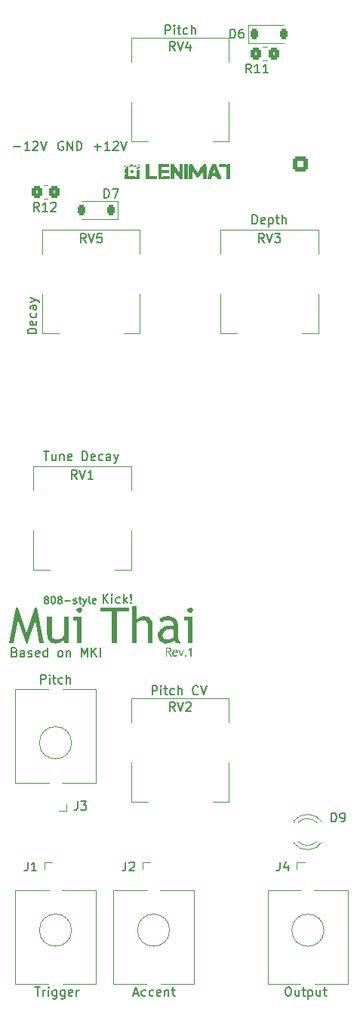
<source format=gto>
G04 #@! TF.GenerationSoftware,KiCad,Pcbnew,8.0.2-1*
G04 #@! TF.CreationDate,2024-09-23T21:31:36+02:00*
G04 #@! TF.ProjectId,kicks,6b69636b-732e-46b6-9963-61645f706362,rev?*
G04 #@! TF.SameCoordinates,Original*
G04 #@! TF.FileFunction,Legend,Top*
G04 #@! TF.FilePolarity,Positive*
%FSLAX46Y46*%
G04 Gerber Fmt 4.6, Leading zero omitted, Abs format (unit mm)*
G04 Created by KiCad (PCBNEW 8.0.2-1) date 2024-09-23 21:31:36*
%MOMM*%
%LPD*%
G01*
G04 APERTURE LIST*
G04 Aperture macros list*
%AMRoundRect*
0 Rectangle with rounded corners*
0 $1 Rounding radius*
0 $2 $3 $4 $5 $6 $7 $8 $9 X,Y pos of 4 corners*
0 Add a 4 corners polygon primitive as box body*
4,1,4,$2,$3,$4,$5,$6,$7,$8,$9,$2,$3,0*
0 Add four circle primitives for the rounded corners*
1,1,$1+$1,$2,$3*
1,1,$1+$1,$4,$5*
1,1,$1+$1,$6,$7*
1,1,$1+$1,$8,$9*
0 Add four rect primitives between the rounded corners*
20,1,$1+$1,$2,$3,$4,$5,0*
20,1,$1+$1,$4,$5,$6,$7,0*
20,1,$1+$1,$6,$7,$8,$9,0*
20,1,$1+$1,$8,$9,$2,$3,0*%
G04 Aperture macros list end*
%ADD10C,0.150000*%
%ADD11C,0.000000*%
%ADD12C,0.120000*%
%ADD13R,1.930000X1.830000*%
%ADD14C,2.130000*%
%ADD15O,4.000000X4.000000*%
%ADD16R,1.800000X1.800000*%
%ADD17C,1.800000*%
%ADD18C,2.000000*%
%ADD19R,1.200000X1.200000*%
%ADD20C,1.200000*%
%ADD21RoundRect,0.225000X0.225000X0.375000X-0.225000X0.375000X-0.225000X-0.375000X0.225000X-0.375000X0*%
%ADD22R,1.600000X1.600000*%
%ADD23C,1.600000*%
%ADD24RoundRect,0.225000X-0.225000X-0.375000X0.225000X-0.375000X0.225000X0.375000X-0.225000X0.375000X0*%
%ADD25RoundRect,0.250000X0.350000X0.450000X-0.350000X0.450000X-0.350000X-0.450000X0.350000X-0.450000X0*%
%ADD26RoundRect,0.250000X-0.600000X-0.600000X0.600000X-0.600000X0.600000X0.600000X-0.600000X0.600000X0*%
%ADD27C,1.700000*%
G04 APERTURE END LIST*
D10*
X54903445Y-114937152D02*
X54827255Y-114899057D01*
X54827255Y-114899057D02*
X54789160Y-114860961D01*
X54789160Y-114860961D02*
X54751064Y-114784771D01*
X54751064Y-114784771D02*
X54751064Y-114746676D01*
X54751064Y-114746676D02*
X54789160Y-114670485D01*
X54789160Y-114670485D02*
X54827255Y-114632390D01*
X54827255Y-114632390D02*
X54903445Y-114594295D01*
X54903445Y-114594295D02*
X55055826Y-114594295D01*
X55055826Y-114594295D02*
X55132017Y-114632390D01*
X55132017Y-114632390D02*
X55170112Y-114670485D01*
X55170112Y-114670485D02*
X55208207Y-114746676D01*
X55208207Y-114746676D02*
X55208207Y-114784771D01*
X55208207Y-114784771D02*
X55170112Y-114860961D01*
X55170112Y-114860961D02*
X55132017Y-114899057D01*
X55132017Y-114899057D02*
X55055826Y-114937152D01*
X55055826Y-114937152D02*
X54903445Y-114937152D01*
X54903445Y-114937152D02*
X54827255Y-114975247D01*
X54827255Y-114975247D02*
X54789160Y-115013342D01*
X54789160Y-115013342D02*
X54751064Y-115089533D01*
X54751064Y-115089533D02*
X54751064Y-115241914D01*
X54751064Y-115241914D02*
X54789160Y-115318104D01*
X54789160Y-115318104D02*
X54827255Y-115356200D01*
X54827255Y-115356200D02*
X54903445Y-115394295D01*
X54903445Y-115394295D02*
X55055826Y-115394295D01*
X55055826Y-115394295D02*
X55132017Y-115356200D01*
X55132017Y-115356200D02*
X55170112Y-115318104D01*
X55170112Y-115318104D02*
X55208207Y-115241914D01*
X55208207Y-115241914D02*
X55208207Y-115089533D01*
X55208207Y-115089533D02*
X55170112Y-115013342D01*
X55170112Y-115013342D02*
X55132017Y-114975247D01*
X55132017Y-114975247D02*
X55055826Y-114937152D01*
X55703446Y-114594295D02*
X55779636Y-114594295D01*
X55779636Y-114594295D02*
X55855827Y-114632390D01*
X55855827Y-114632390D02*
X55893922Y-114670485D01*
X55893922Y-114670485D02*
X55932017Y-114746676D01*
X55932017Y-114746676D02*
X55970112Y-114899057D01*
X55970112Y-114899057D02*
X55970112Y-115089533D01*
X55970112Y-115089533D02*
X55932017Y-115241914D01*
X55932017Y-115241914D02*
X55893922Y-115318104D01*
X55893922Y-115318104D02*
X55855827Y-115356200D01*
X55855827Y-115356200D02*
X55779636Y-115394295D01*
X55779636Y-115394295D02*
X55703446Y-115394295D01*
X55703446Y-115394295D02*
X55627255Y-115356200D01*
X55627255Y-115356200D02*
X55589160Y-115318104D01*
X55589160Y-115318104D02*
X55551065Y-115241914D01*
X55551065Y-115241914D02*
X55512969Y-115089533D01*
X55512969Y-115089533D02*
X55512969Y-114899057D01*
X55512969Y-114899057D02*
X55551065Y-114746676D01*
X55551065Y-114746676D02*
X55589160Y-114670485D01*
X55589160Y-114670485D02*
X55627255Y-114632390D01*
X55627255Y-114632390D02*
X55703446Y-114594295D01*
X56427255Y-114937152D02*
X56351065Y-114899057D01*
X56351065Y-114899057D02*
X56312970Y-114860961D01*
X56312970Y-114860961D02*
X56274874Y-114784771D01*
X56274874Y-114784771D02*
X56274874Y-114746676D01*
X56274874Y-114746676D02*
X56312970Y-114670485D01*
X56312970Y-114670485D02*
X56351065Y-114632390D01*
X56351065Y-114632390D02*
X56427255Y-114594295D01*
X56427255Y-114594295D02*
X56579636Y-114594295D01*
X56579636Y-114594295D02*
X56655827Y-114632390D01*
X56655827Y-114632390D02*
X56693922Y-114670485D01*
X56693922Y-114670485D02*
X56732017Y-114746676D01*
X56732017Y-114746676D02*
X56732017Y-114784771D01*
X56732017Y-114784771D02*
X56693922Y-114860961D01*
X56693922Y-114860961D02*
X56655827Y-114899057D01*
X56655827Y-114899057D02*
X56579636Y-114937152D01*
X56579636Y-114937152D02*
X56427255Y-114937152D01*
X56427255Y-114937152D02*
X56351065Y-114975247D01*
X56351065Y-114975247D02*
X56312970Y-115013342D01*
X56312970Y-115013342D02*
X56274874Y-115089533D01*
X56274874Y-115089533D02*
X56274874Y-115241914D01*
X56274874Y-115241914D02*
X56312970Y-115318104D01*
X56312970Y-115318104D02*
X56351065Y-115356200D01*
X56351065Y-115356200D02*
X56427255Y-115394295D01*
X56427255Y-115394295D02*
X56579636Y-115394295D01*
X56579636Y-115394295D02*
X56655827Y-115356200D01*
X56655827Y-115356200D02*
X56693922Y-115318104D01*
X56693922Y-115318104D02*
X56732017Y-115241914D01*
X56732017Y-115241914D02*
X56732017Y-115089533D01*
X56732017Y-115089533D02*
X56693922Y-115013342D01*
X56693922Y-115013342D02*
X56655827Y-114975247D01*
X56655827Y-114975247D02*
X56579636Y-114937152D01*
X57074875Y-115089533D02*
X57684399Y-115089533D01*
X58027255Y-115356200D02*
X58103446Y-115394295D01*
X58103446Y-115394295D02*
X58255827Y-115394295D01*
X58255827Y-115394295D02*
X58332017Y-115356200D01*
X58332017Y-115356200D02*
X58370113Y-115280009D01*
X58370113Y-115280009D02*
X58370113Y-115241914D01*
X58370113Y-115241914D02*
X58332017Y-115165723D01*
X58332017Y-115165723D02*
X58255827Y-115127628D01*
X58255827Y-115127628D02*
X58141541Y-115127628D01*
X58141541Y-115127628D02*
X58065351Y-115089533D01*
X58065351Y-115089533D02*
X58027255Y-115013342D01*
X58027255Y-115013342D02*
X58027255Y-114975247D01*
X58027255Y-114975247D02*
X58065351Y-114899057D01*
X58065351Y-114899057D02*
X58141541Y-114860961D01*
X58141541Y-114860961D02*
X58255827Y-114860961D01*
X58255827Y-114860961D02*
X58332017Y-114899057D01*
X58598684Y-114860961D02*
X58903446Y-114860961D01*
X58712970Y-114594295D02*
X58712970Y-115280009D01*
X58712970Y-115280009D02*
X58751065Y-115356200D01*
X58751065Y-115356200D02*
X58827255Y-115394295D01*
X58827255Y-115394295D02*
X58903446Y-115394295D01*
X59093922Y-114860961D02*
X59284398Y-115394295D01*
X59474875Y-114860961D02*
X59284398Y-115394295D01*
X59284398Y-115394295D02*
X59208208Y-115584771D01*
X59208208Y-115584771D02*
X59170113Y-115622866D01*
X59170113Y-115622866D02*
X59093922Y-115660961D01*
X59893922Y-115394295D02*
X59817732Y-115356200D01*
X59817732Y-115356200D02*
X59779637Y-115280009D01*
X59779637Y-115280009D02*
X59779637Y-114594295D01*
X60503447Y-115356200D02*
X60427256Y-115394295D01*
X60427256Y-115394295D02*
X60274875Y-115394295D01*
X60274875Y-115394295D02*
X60198685Y-115356200D01*
X60198685Y-115356200D02*
X60160589Y-115280009D01*
X60160589Y-115280009D02*
X60160589Y-114975247D01*
X60160589Y-114975247D02*
X60198685Y-114899057D01*
X60198685Y-114899057D02*
X60274875Y-114860961D01*
X60274875Y-114860961D02*
X60427256Y-114860961D01*
X60427256Y-114860961D02*
X60503447Y-114899057D01*
X60503447Y-114899057D02*
X60541542Y-114975247D01*
X60541542Y-114975247D02*
X60541542Y-115051438D01*
X60541542Y-115051438D02*
X60160589Y-115127628D01*
X51420112Y-120846009D02*
X51562969Y-120893628D01*
X51562969Y-120893628D02*
X51610588Y-120941247D01*
X51610588Y-120941247D02*
X51658207Y-121036485D01*
X51658207Y-121036485D02*
X51658207Y-121179342D01*
X51658207Y-121179342D02*
X51610588Y-121274580D01*
X51610588Y-121274580D02*
X51562969Y-121322200D01*
X51562969Y-121322200D02*
X51467731Y-121369819D01*
X51467731Y-121369819D02*
X51086779Y-121369819D01*
X51086779Y-121369819D02*
X51086779Y-120369819D01*
X51086779Y-120369819D02*
X51420112Y-120369819D01*
X51420112Y-120369819D02*
X51515350Y-120417438D01*
X51515350Y-120417438D02*
X51562969Y-120465057D01*
X51562969Y-120465057D02*
X51610588Y-120560295D01*
X51610588Y-120560295D02*
X51610588Y-120655533D01*
X51610588Y-120655533D02*
X51562969Y-120750771D01*
X51562969Y-120750771D02*
X51515350Y-120798390D01*
X51515350Y-120798390D02*
X51420112Y-120846009D01*
X51420112Y-120846009D02*
X51086779Y-120846009D01*
X52515350Y-121369819D02*
X52515350Y-120846009D01*
X52515350Y-120846009D02*
X52467731Y-120750771D01*
X52467731Y-120750771D02*
X52372493Y-120703152D01*
X52372493Y-120703152D02*
X52182017Y-120703152D01*
X52182017Y-120703152D02*
X52086779Y-120750771D01*
X52515350Y-121322200D02*
X52420112Y-121369819D01*
X52420112Y-121369819D02*
X52182017Y-121369819D01*
X52182017Y-121369819D02*
X52086779Y-121322200D01*
X52086779Y-121322200D02*
X52039160Y-121226961D01*
X52039160Y-121226961D02*
X52039160Y-121131723D01*
X52039160Y-121131723D02*
X52086779Y-121036485D01*
X52086779Y-121036485D02*
X52182017Y-120988866D01*
X52182017Y-120988866D02*
X52420112Y-120988866D01*
X52420112Y-120988866D02*
X52515350Y-120941247D01*
X52943922Y-121322200D02*
X53039160Y-121369819D01*
X53039160Y-121369819D02*
X53229636Y-121369819D01*
X53229636Y-121369819D02*
X53324874Y-121322200D01*
X53324874Y-121322200D02*
X53372493Y-121226961D01*
X53372493Y-121226961D02*
X53372493Y-121179342D01*
X53372493Y-121179342D02*
X53324874Y-121084104D01*
X53324874Y-121084104D02*
X53229636Y-121036485D01*
X53229636Y-121036485D02*
X53086779Y-121036485D01*
X53086779Y-121036485D02*
X52991541Y-120988866D01*
X52991541Y-120988866D02*
X52943922Y-120893628D01*
X52943922Y-120893628D02*
X52943922Y-120846009D01*
X52943922Y-120846009D02*
X52991541Y-120750771D01*
X52991541Y-120750771D02*
X53086779Y-120703152D01*
X53086779Y-120703152D02*
X53229636Y-120703152D01*
X53229636Y-120703152D02*
X53324874Y-120750771D01*
X54182017Y-121322200D02*
X54086779Y-121369819D01*
X54086779Y-121369819D02*
X53896303Y-121369819D01*
X53896303Y-121369819D02*
X53801065Y-121322200D01*
X53801065Y-121322200D02*
X53753446Y-121226961D01*
X53753446Y-121226961D02*
X53753446Y-120846009D01*
X53753446Y-120846009D02*
X53801065Y-120750771D01*
X53801065Y-120750771D02*
X53896303Y-120703152D01*
X53896303Y-120703152D02*
X54086779Y-120703152D01*
X54086779Y-120703152D02*
X54182017Y-120750771D01*
X54182017Y-120750771D02*
X54229636Y-120846009D01*
X54229636Y-120846009D02*
X54229636Y-120941247D01*
X54229636Y-120941247D02*
X53753446Y-121036485D01*
X55086779Y-121369819D02*
X55086779Y-120369819D01*
X55086779Y-121322200D02*
X54991541Y-121369819D01*
X54991541Y-121369819D02*
X54801065Y-121369819D01*
X54801065Y-121369819D02*
X54705827Y-121322200D01*
X54705827Y-121322200D02*
X54658208Y-121274580D01*
X54658208Y-121274580D02*
X54610589Y-121179342D01*
X54610589Y-121179342D02*
X54610589Y-120893628D01*
X54610589Y-120893628D02*
X54658208Y-120798390D01*
X54658208Y-120798390D02*
X54705827Y-120750771D01*
X54705827Y-120750771D02*
X54801065Y-120703152D01*
X54801065Y-120703152D02*
X54991541Y-120703152D01*
X54991541Y-120703152D02*
X55086779Y-120750771D01*
X56467732Y-121369819D02*
X56372494Y-121322200D01*
X56372494Y-121322200D02*
X56324875Y-121274580D01*
X56324875Y-121274580D02*
X56277256Y-121179342D01*
X56277256Y-121179342D02*
X56277256Y-120893628D01*
X56277256Y-120893628D02*
X56324875Y-120798390D01*
X56324875Y-120798390D02*
X56372494Y-120750771D01*
X56372494Y-120750771D02*
X56467732Y-120703152D01*
X56467732Y-120703152D02*
X56610589Y-120703152D01*
X56610589Y-120703152D02*
X56705827Y-120750771D01*
X56705827Y-120750771D02*
X56753446Y-120798390D01*
X56753446Y-120798390D02*
X56801065Y-120893628D01*
X56801065Y-120893628D02*
X56801065Y-121179342D01*
X56801065Y-121179342D02*
X56753446Y-121274580D01*
X56753446Y-121274580D02*
X56705827Y-121322200D01*
X56705827Y-121322200D02*
X56610589Y-121369819D01*
X56610589Y-121369819D02*
X56467732Y-121369819D01*
X57229637Y-120703152D02*
X57229637Y-121369819D01*
X57229637Y-120798390D02*
X57277256Y-120750771D01*
X57277256Y-120750771D02*
X57372494Y-120703152D01*
X57372494Y-120703152D02*
X57515351Y-120703152D01*
X57515351Y-120703152D02*
X57610589Y-120750771D01*
X57610589Y-120750771D02*
X57658208Y-120846009D01*
X57658208Y-120846009D02*
X57658208Y-121369819D01*
X58896304Y-121369819D02*
X58896304Y-120369819D01*
X58896304Y-120369819D02*
X59229637Y-121084104D01*
X59229637Y-121084104D02*
X59562970Y-120369819D01*
X59562970Y-120369819D02*
X59562970Y-121369819D01*
X60039161Y-121369819D02*
X60039161Y-120369819D01*
X60610589Y-121369819D02*
X60182018Y-120798390D01*
X60610589Y-120369819D02*
X60039161Y-120941247D01*
X61039161Y-121369819D02*
X61039161Y-120369819D01*
G36*
X68676053Y-120316457D02*
G01*
X68734496Y-120323978D01*
X68786564Y-120336515D01*
X68832255Y-120354066D01*
X68883260Y-120385268D01*
X68922931Y-120425385D01*
X68951267Y-120474417D01*
X68968268Y-120532363D01*
X68973581Y-120581674D01*
X68973935Y-120599225D01*
X68969318Y-120650395D01*
X68955465Y-120698667D01*
X68932378Y-120744041D01*
X68915561Y-120767997D01*
X68880987Y-120805692D01*
X68838493Y-120837062D01*
X68791705Y-120857365D01*
X68776831Y-120861297D01*
X69068946Y-121330000D01*
X68911409Y-121330000D01*
X68642986Y-120892316D01*
X68592523Y-120891007D01*
X68538444Y-120888142D01*
X68497418Y-120885478D01*
X68497418Y-121330000D01*
X68359909Y-121330000D01*
X68359909Y-120445840D01*
X68497418Y-120445840D01*
X68497418Y-120776057D01*
X68546144Y-120781186D01*
X68593649Y-120782896D01*
X68644493Y-120780979D01*
X68694700Y-120774094D01*
X68745609Y-120758447D01*
X68773412Y-120742840D01*
X68807793Y-120703753D01*
X68824322Y-120657643D01*
X68829777Y-120605621D01*
X68829832Y-120599225D01*
X68823917Y-120550624D01*
X68801202Y-120504646D01*
X68769260Y-120476615D01*
X68719501Y-120455200D01*
X68666468Y-120444291D01*
X68617553Y-120439920D01*
X68578506Y-120439002D01*
X68528222Y-120442535D01*
X68497418Y-120445840D01*
X68359909Y-120445840D01*
X68359909Y-120324452D01*
X68409291Y-120322243D01*
X68460535Y-120319638D01*
X68466643Y-120319323D01*
X68518270Y-120316725D01*
X68569721Y-120314705D01*
X68611235Y-120313949D01*
X68676053Y-120316457D01*
G37*
G36*
X69482626Y-120582777D02*
G01*
X69534450Y-120592050D01*
X69581499Y-120607506D01*
X69630356Y-120633352D01*
X69672714Y-120667613D01*
X69706404Y-120707131D01*
X69731819Y-120751956D01*
X69748959Y-120802086D01*
X69757825Y-120857523D01*
X69759176Y-120891584D01*
X69755169Y-120942436D01*
X69748918Y-120970474D01*
X69218422Y-120970474D01*
X69221812Y-121025552D01*
X69231980Y-121074739D01*
X69251901Y-121123740D01*
X69280676Y-121165048D01*
X69289253Y-121174173D01*
X69331814Y-121206888D01*
X69381340Y-121227486D01*
X69431868Y-121235665D01*
X69449965Y-121236210D01*
X69503591Y-121232302D01*
X69552608Y-121220579D01*
X69602241Y-121198047D01*
X69636810Y-121173684D01*
X69691765Y-121267473D01*
X69650487Y-121296149D01*
X69602829Y-121316452D01*
X69598953Y-121317787D01*
X69548339Y-121332471D01*
X69499769Y-121341036D01*
X69448339Y-121345196D01*
X69424563Y-121345631D01*
X69374017Y-121342308D01*
X69318779Y-121330031D01*
X69267561Y-121308708D01*
X69220364Y-121278340D01*
X69189113Y-121251109D01*
X69152425Y-121209567D01*
X69123328Y-121162976D01*
X69101821Y-121111335D01*
X69087905Y-121054646D01*
X69082107Y-121003548D01*
X69081158Y-120971207D01*
X69083859Y-120915886D01*
X69089994Y-120876685D01*
X69221842Y-120876685D01*
X69629239Y-120876685D01*
X69623380Y-120826011D01*
X69603625Y-120777708D01*
X69579658Y-120746259D01*
X69537762Y-120713720D01*
X69491661Y-120695860D01*
X69437928Y-120689162D01*
X69432135Y-120689106D01*
X69380276Y-120694544D01*
X69333999Y-120710859D01*
X69293303Y-120738050D01*
X69285833Y-120744794D01*
X69252817Y-120784291D01*
X69231344Y-120829907D01*
X69221842Y-120876685D01*
X69089994Y-120876685D01*
X69091963Y-120864107D01*
X69105469Y-120815870D01*
X69128807Y-120762662D01*
X69159926Y-120714554D01*
X69191800Y-120678360D01*
X69230174Y-120644826D01*
X69278177Y-120614472D01*
X69329664Y-120593562D01*
X69384633Y-120582095D01*
X69426029Y-120579685D01*
X69482626Y-120582777D01*
G37*
G36*
X70128960Y-121345631D02*
G01*
X70094766Y-121345631D01*
X69779448Y-120595317D01*
X69922330Y-120595317D01*
X70116748Y-121111158D01*
X70315317Y-120595317D01*
X70451849Y-120595317D01*
X70128960Y-121345631D01*
G37*
G36*
X70605478Y-121142421D02*
G01*
X70653830Y-121154061D01*
X70678262Y-121172219D01*
X70704289Y-121214026D01*
X70708548Y-121243782D01*
X70696717Y-121291409D01*
X70678262Y-121315589D01*
X70635634Y-121341406D01*
X70605478Y-121345631D01*
X70557125Y-121333896D01*
X70532693Y-121315589D01*
X70506666Y-121273457D01*
X70502407Y-121243782D01*
X70514238Y-121196135D01*
X70532693Y-121172219D01*
X70575321Y-121146611D01*
X70605478Y-121142421D01*
G37*
G36*
X71124494Y-121330000D02*
G01*
X71124494Y-120548178D01*
X70919818Y-120673475D01*
X70919818Y-120548422D01*
X70964280Y-120524436D01*
X71010287Y-120495889D01*
X71052480Y-120466687D01*
X71084926Y-120442421D01*
X71126188Y-120409021D01*
X71166732Y-120372467D01*
X71201055Y-120336996D01*
X71220481Y-120313949D01*
X71261758Y-120313949D01*
X71261758Y-121330000D01*
X71124494Y-121330000D01*
G37*
G36*
X54192847Y-119820000D02*
G01*
X53715108Y-117256427D01*
X52835833Y-119882526D01*
X52698080Y-119882526D01*
X51794382Y-117256427D01*
X51327390Y-119820000D01*
X50804710Y-119820000D01*
X51557955Y-115818325D01*
X51808060Y-115818325D01*
X52766468Y-118757055D01*
X53651605Y-115818325D01*
X53898778Y-115818325D01*
X54714549Y-119820000D01*
X54192847Y-119820000D01*
G37*
G36*
X55586008Y-116881270D02*
G01*
X55586008Y-118761939D01*
X55600438Y-118958674D01*
X55655851Y-119150741D01*
X55773025Y-119314131D01*
X55946767Y-119412165D01*
X56140711Y-119444176D01*
X56177076Y-119444842D01*
X56379380Y-119420334D01*
X56567173Y-119346810D01*
X56648953Y-119296343D01*
X56799401Y-119167786D01*
X56912888Y-118999817D01*
X56932274Y-118951472D01*
X56932274Y-116881270D01*
X57453977Y-116881270D01*
X57453977Y-119820000D01*
X56932274Y-119820000D01*
X56932274Y-119413579D01*
X56810773Y-119570329D01*
X56642267Y-119697496D01*
X56578611Y-119735003D01*
X56398090Y-119818993D01*
X56204581Y-119870856D01*
X56061793Y-119882526D01*
X55861063Y-119869249D01*
X55658220Y-119821560D01*
X55463886Y-119726454D01*
X55321249Y-119605066D01*
X55197043Y-119429975D01*
X55120762Y-119243328D01*
X55076600Y-119027493D01*
X55064305Y-118814696D01*
X55064305Y-116881270D01*
X55586008Y-116881270D01*
G37*
G36*
X58689846Y-115818325D02*
G01*
X58882489Y-115878950D01*
X58919434Y-115910160D01*
X59010869Y-116083256D01*
X59014200Y-116129979D01*
X58951640Y-116315973D01*
X58919434Y-116351751D01*
X58738996Y-116440358D01*
X58689846Y-116443586D01*
X58500031Y-116382961D01*
X58463189Y-116351751D01*
X58371754Y-116177365D01*
X58368422Y-116129979D01*
X58429693Y-115944331D01*
X58461235Y-115909183D01*
X58640730Y-115821519D01*
X58689846Y-115818325D01*
G37*
G36*
X58403593Y-119820000D02*
G01*
X58403593Y-117318953D01*
X58000104Y-117318953D01*
X58000104Y-116881270D01*
X58926273Y-116881270D01*
X58926273Y-119820000D01*
X58403593Y-119820000D01*
G37*
G36*
X62887892Y-116318534D02*
G01*
X62887892Y-119820000D01*
X62337857Y-119820000D01*
X62337857Y-116318534D01*
X61058025Y-116318534D01*
X61058025Y-115818325D01*
X64225366Y-115818325D01*
X64225366Y-116318534D01*
X62887892Y-116318534D01*
G37*
G36*
X66393265Y-119820000D02*
G01*
X66393265Y-117966685D01*
X66374102Y-117756285D01*
X66309484Y-117564676D01*
X66231088Y-117446936D01*
X66077552Y-117323589D01*
X65880481Y-117263124D01*
X65774842Y-117256427D01*
X65572913Y-117287859D01*
X65393824Y-117367801D01*
X65225540Y-117488457D01*
X65101709Y-117627676D01*
X65101709Y-119820000D01*
X64580006Y-119820000D01*
X64580006Y-115693272D01*
X65101709Y-115693272D01*
X65101709Y-117197808D01*
X65237997Y-117049064D01*
X65409341Y-116940953D01*
X65437787Y-116927187D01*
X65629128Y-116856974D01*
X65825305Y-116822556D01*
X65917480Y-116818743D01*
X66138337Y-116838039D01*
X66333914Y-116895924D01*
X66504213Y-116992400D01*
X66649232Y-117127466D01*
X66765491Y-117295444D01*
X66848534Y-117491632D01*
X66893948Y-117686438D01*
X66913930Y-117902842D01*
X66914968Y-117968639D01*
X66914968Y-119820000D01*
X66393265Y-119820000D01*
G37*
G36*
X68782941Y-116829082D02*
G01*
X68985918Y-116860097D01*
X69191557Y-116922414D01*
X69385470Y-117028095D01*
X69484403Y-117112812D01*
X69611348Y-117281461D01*
X69692672Y-117464493D01*
X69746227Y-117680623D01*
X69770030Y-117892221D01*
X69774563Y-118046796D01*
X69774563Y-119111695D01*
X69792801Y-119310880D01*
X69864628Y-119498286D01*
X70005129Y-119632421D01*
X70005129Y-119882526D01*
X69805098Y-119872251D01*
X69605276Y-119829455D01*
X69528367Y-119795575D01*
X69378753Y-119661589D01*
X69301709Y-119507369D01*
X69148658Y-119653548D01*
X68963910Y-119763824D01*
X68747466Y-119838196D01*
X68536715Y-119873367D01*
X68343300Y-119882526D01*
X68135598Y-119857243D01*
X67946024Y-119781394D01*
X67774577Y-119654979D01*
X67742463Y-119623628D01*
X67619674Y-119468029D01*
X67530372Y-119271757D01*
X67492419Y-119074067D01*
X67488450Y-118979804D01*
X67489578Y-118968080D01*
X68010153Y-118968080D01*
X68043981Y-119176664D01*
X68162906Y-119340085D01*
X68340501Y-119422029D01*
X68551395Y-119444842D01*
X68767247Y-119420113D01*
X68968570Y-119345924D01*
X69135326Y-119238457D01*
X69252861Y-119132212D01*
X69252861Y-118319371D01*
X69053550Y-118274492D01*
X68906036Y-118256845D01*
X68694984Y-118273615D01*
X68487492Y-118331585D01*
X68308432Y-118430961D01*
X68260258Y-118468848D01*
X68117864Y-118623048D01*
X68029937Y-118812069D01*
X68010153Y-118968080D01*
X67489578Y-118968080D01*
X67507197Y-118784885D01*
X67574532Y-118578836D01*
X67690837Y-118390616D01*
X67832775Y-118240550D01*
X67880216Y-118200181D01*
X68061898Y-118076081D01*
X68264150Y-117982461D01*
X68453881Y-117926476D01*
X68658725Y-117892885D01*
X68878681Y-117881688D01*
X69078338Y-117901472D01*
X69252861Y-117944214D01*
X69237309Y-117746072D01*
X69177592Y-117552632D01*
X69051314Y-117388073D01*
X68864076Y-117289338D01*
X68655065Y-117257098D01*
X68615875Y-117256427D01*
X68412535Y-117271386D01*
X68206592Y-117325120D01*
X68028860Y-117417932D01*
X67879337Y-117549823D01*
X67862630Y-117569057D01*
X67642812Y-117131374D01*
X67806932Y-117018631D01*
X67989453Y-116934118D01*
X68053140Y-116910579D01*
X68246946Y-116854617D01*
X68449462Y-116823138D01*
X68555303Y-116818743D01*
X68782941Y-116829082D01*
G37*
G36*
X71120830Y-115818325D02*
G01*
X71313473Y-115878950D01*
X71350418Y-115910160D01*
X71441853Y-116083256D01*
X71445184Y-116129979D01*
X71382624Y-116315973D01*
X71350418Y-116351751D01*
X71169980Y-116440358D01*
X71120830Y-116443586D01*
X70931015Y-116382961D01*
X70894173Y-116351751D01*
X70802738Y-116177365D01*
X70799406Y-116129979D01*
X70860677Y-115944331D01*
X70892219Y-115909183D01*
X71071714Y-115821519D01*
X71120830Y-115818325D01*
G37*
G36*
X70834577Y-119820000D02*
G01*
X70834577Y-117318953D01*
X70431088Y-117318953D01*
X70431088Y-116881270D01*
X71357257Y-116881270D01*
X71357257Y-119820000D01*
X70834577Y-119820000D01*
G37*
X61336779Y-115369819D02*
X61336779Y-114369819D01*
X61908207Y-115369819D02*
X61479636Y-114798390D01*
X61908207Y-114369819D02*
X61336779Y-114941247D01*
X62336779Y-115369819D02*
X62336779Y-114703152D01*
X62336779Y-114369819D02*
X62289160Y-114417438D01*
X62289160Y-114417438D02*
X62336779Y-114465057D01*
X62336779Y-114465057D02*
X62384398Y-114417438D01*
X62384398Y-114417438D02*
X62336779Y-114369819D01*
X62336779Y-114369819D02*
X62336779Y-114465057D01*
X63241540Y-115322200D02*
X63146302Y-115369819D01*
X63146302Y-115369819D02*
X62955826Y-115369819D01*
X62955826Y-115369819D02*
X62860588Y-115322200D01*
X62860588Y-115322200D02*
X62812969Y-115274580D01*
X62812969Y-115274580D02*
X62765350Y-115179342D01*
X62765350Y-115179342D02*
X62765350Y-114893628D01*
X62765350Y-114893628D02*
X62812969Y-114798390D01*
X62812969Y-114798390D02*
X62860588Y-114750771D01*
X62860588Y-114750771D02*
X62955826Y-114703152D01*
X62955826Y-114703152D02*
X63146302Y-114703152D01*
X63146302Y-114703152D02*
X63241540Y-114750771D01*
X63670112Y-115369819D02*
X63670112Y-114369819D01*
X63765350Y-114988866D02*
X64051064Y-115369819D01*
X64051064Y-114703152D02*
X63670112Y-115084104D01*
X64479636Y-115274580D02*
X64527255Y-115322200D01*
X64527255Y-115322200D02*
X64479636Y-115369819D01*
X64479636Y-115369819D02*
X64432017Y-115322200D01*
X64432017Y-115322200D02*
X64479636Y-115274580D01*
X64479636Y-115274580D02*
X64479636Y-115369819D01*
X64479636Y-114988866D02*
X64432017Y-114417438D01*
X64432017Y-114417438D02*
X64479636Y-114369819D01*
X64479636Y-114369819D02*
X64527255Y-114417438D01*
X64527255Y-114417438D02*
X64479636Y-114988866D01*
X64479636Y-114988866D02*
X64479636Y-114369819D01*
X82027255Y-158369819D02*
X82217731Y-158369819D01*
X82217731Y-158369819D02*
X82312969Y-158417438D01*
X82312969Y-158417438D02*
X82408207Y-158512676D01*
X82408207Y-158512676D02*
X82455826Y-158703152D01*
X82455826Y-158703152D02*
X82455826Y-159036485D01*
X82455826Y-159036485D02*
X82408207Y-159226961D01*
X82408207Y-159226961D02*
X82312969Y-159322200D01*
X82312969Y-159322200D02*
X82217731Y-159369819D01*
X82217731Y-159369819D02*
X82027255Y-159369819D01*
X82027255Y-159369819D02*
X81932017Y-159322200D01*
X81932017Y-159322200D02*
X81836779Y-159226961D01*
X81836779Y-159226961D02*
X81789160Y-159036485D01*
X81789160Y-159036485D02*
X81789160Y-158703152D01*
X81789160Y-158703152D02*
X81836779Y-158512676D01*
X81836779Y-158512676D02*
X81932017Y-158417438D01*
X81932017Y-158417438D02*
X82027255Y-158369819D01*
X83312969Y-158703152D02*
X83312969Y-159369819D01*
X82884398Y-158703152D02*
X82884398Y-159226961D01*
X82884398Y-159226961D02*
X82932017Y-159322200D01*
X82932017Y-159322200D02*
X83027255Y-159369819D01*
X83027255Y-159369819D02*
X83170112Y-159369819D01*
X83170112Y-159369819D02*
X83265350Y-159322200D01*
X83265350Y-159322200D02*
X83312969Y-159274580D01*
X83646303Y-158703152D02*
X84027255Y-158703152D01*
X83789160Y-158369819D02*
X83789160Y-159226961D01*
X83789160Y-159226961D02*
X83836779Y-159322200D01*
X83836779Y-159322200D02*
X83932017Y-159369819D01*
X83932017Y-159369819D02*
X84027255Y-159369819D01*
X84360589Y-158703152D02*
X84360589Y-159703152D01*
X84360589Y-158750771D02*
X84455827Y-158703152D01*
X84455827Y-158703152D02*
X84646303Y-158703152D01*
X84646303Y-158703152D02*
X84741541Y-158750771D01*
X84741541Y-158750771D02*
X84789160Y-158798390D01*
X84789160Y-158798390D02*
X84836779Y-158893628D01*
X84836779Y-158893628D02*
X84836779Y-159179342D01*
X84836779Y-159179342D02*
X84789160Y-159274580D01*
X84789160Y-159274580D02*
X84741541Y-159322200D01*
X84741541Y-159322200D02*
X84646303Y-159369819D01*
X84646303Y-159369819D02*
X84455827Y-159369819D01*
X84455827Y-159369819D02*
X84360589Y-159322200D01*
X85693922Y-158703152D02*
X85693922Y-159369819D01*
X85265351Y-158703152D02*
X85265351Y-159226961D01*
X85265351Y-159226961D02*
X85312970Y-159322200D01*
X85312970Y-159322200D02*
X85408208Y-159369819D01*
X85408208Y-159369819D02*
X85551065Y-159369819D01*
X85551065Y-159369819D02*
X85646303Y-159322200D01*
X85646303Y-159322200D02*
X85693922Y-159274580D01*
X86027256Y-158703152D02*
X86408208Y-158703152D01*
X86170113Y-158369819D02*
X86170113Y-159226961D01*
X86170113Y-159226961D02*
X86217732Y-159322200D01*
X86217732Y-159322200D02*
X86312970Y-159369819D01*
X86312970Y-159369819D02*
X86408208Y-159369819D01*
X64789160Y-159084104D02*
X65265350Y-159084104D01*
X64693922Y-159369819D02*
X65027255Y-158369819D01*
X65027255Y-158369819D02*
X65360588Y-159369819D01*
X66122493Y-159322200D02*
X66027255Y-159369819D01*
X66027255Y-159369819D02*
X65836779Y-159369819D01*
X65836779Y-159369819D02*
X65741541Y-159322200D01*
X65741541Y-159322200D02*
X65693922Y-159274580D01*
X65693922Y-159274580D02*
X65646303Y-159179342D01*
X65646303Y-159179342D02*
X65646303Y-158893628D01*
X65646303Y-158893628D02*
X65693922Y-158798390D01*
X65693922Y-158798390D02*
X65741541Y-158750771D01*
X65741541Y-158750771D02*
X65836779Y-158703152D01*
X65836779Y-158703152D02*
X66027255Y-158703152D01*
X66027255Y-158703152D02*
X66122493Y-158750771D01*
X66979636Y-159322200D02*
X66884398Y-159369819D01*
X66884398Y-159369819D02*
X66693922Y-159369819D01*
X66693922Y-159369819D02*
X66598684Y-159322200D01*
X66598684Y-159322200D02*
X66551065Y-159274580D01*
X66551065Y-159274580D02*
X66503446Y-159179342D01*
X66503446Y-159179342D02*
X66503446Y-158893628D01*
X66503446Y-158893628D02*
X66551065Y-158798390D01*
X66551065Y-158798390D02*
X66598684Y-158750771D01*
X66598684Y-158750771D02*
X66693922Y-158703152D01*
X66693922Y-158703152D02*
X66884398Y-158703152D01*
X66884398Y-158703152D02*
X66979636Y-158750771D01*
X67789160Y-159322200D02*
X67693922Y-159369819D01*
X67693922Y-159369819D02*
X67503446Y-159369819D01*
X67503446Y-159369819D02*
X67408208Y-159322200D01*
X67408208Y-159322200D02*
X67360589Y-159226961D01*
X67360589Y-159226961D02*
X67360589Y-158846009D01*
X67360589Y-158846009D02*
X67408208Y-158750771D01*
X67408208Y-158750771D02*
X67503446Y-158703152D01*
X67503446Y-158703152D02*
X67693922Y-158703152D01*
X67693922Y-158703152D02*
X67789160Y-158750771D01*
X67789160Y-158750771D02*
X67836779Y-158846009D01*
X67836779Y-158846009D02*
X67836779Y-158941247D01*
X67836779Y-158941247D02*
X67360589Y-159036485D01*
X68265351Y-158703152D02*
X68265351Y-159369819D01*
X68265351Y-158798390D02*
X68312970Y-158750771D01*
X68312970Y-158750771D02*
X68408208Y-158703152D01*
X68408208Y-158703152D02*
X68551065Y-158703152D01*
X68551065Y-158703152D02*
X68646303Y-158750771D01*
X68646303Y-158750771D02*
X68693922Y-158846009D01*
X68693922Y-158846009D02*
X68693922Y-159369819D01*
X69027256Y-158703152D02*
X69408208Y-158703152D01*
X69170113Y-158369819D02*
X69170113Y-159226961D01*
X69170113Y-159226961D02*
X69217732Y-159322200D01*
X69217732Y-159322200D02*
X69312970Y-159369819D01*
X69312970Y-159369819D02*
X69408208Y-159369819D01*
X53693922Y-158369819D02*
X54265350Y-158369819D01*
X53979636Y-159369819D02*
X53979636Y-158369819D01*
X54598684Y-159369819D02*
X54598684Y-158703152D01*
X54598684Y-158893628D02*
X54646303Y-158798390D01*
X54646303Y-158798390D02*
X54693922Y-158750771D01*
X54693922Y-158750771D02*
X54789160Y-158703152D01*
X54789160Y-158703152D02*
X54884398Y-158703152D01*
X55217732Y-159369819D02*
X55217732Y-158703152D01*
X55217732Y-158369819D02*
X55170113Y-158417438D01*
X55170113Y-158417438D02*
X55217732Y-158465057D01*
X55217732Y-158465057D02*
X55265351Y-158417438D01*
X55265351Y-158417438D02*
X55217732Y-158369819D01*
X55217732Y-158369819D02*
X55217732Y-158465057D01*
X56122493Y-158703152D02*
X56122493Y-159512676D01*
X56122493Y-159512676D02*
X56074874Y-159607914D01*
X56074874Y-159607914D02*
X56027255Y-159655533D01*
X56027255Y-159655533D02*
X55932017Y-159703152D01*
X55932017Y-159703152D02*
X55789160Y-159703152D01*
X55789160Y-159703152D02*
X55693922Y-159655533D01*
X56122493Y-159322200D02*
X56027255Y-159369819D01*
X56027255Y-159369819D02*
X55836779Y-159369819D01*
X55836779Y-159369819D02*
X55741541Y-159322200D01*
X55741541Y-159322200D02*
X55693922Y-159274580D01*
X55693922Y-159274580D02*
X55646303Y-159179342D01*
X55646303Y-159179342D02*
X55646303Y-158893628D01*
X55646303Y-158893628D02*
X55693922Y-158798390D01*
X55693922Y-158798390D02*
X55741541Y-158750771D01*
X55741541Y-158750771D02*
X55836779Y-158703152D01*
X55836779Y-158703152D02*
X56027255Y-158703152D01*
X56027255Y-158703152D02*
X56122493Y-158750771D01*
X57027255Y-158703152D02*
X57027255Y-159512676D01*
X57027255Y-159512676D02*
X56979636Y-159607914D01*
X56979636Y-159607914D02*
X56932017Y-159655533D01*
X56932017Y-159655533D02*
X56836779Y-159703152D01*
X56836779Y-159703152D02*
X56693922Y-159703152D01*
X56693922Y-159703152D02*
X56598684Y-159655533D01*
X57027255Y-159322200D02*
X56932017Y-159369819D01*
X56932017Y-159369819D02*
X56741541Y-159369819D01*
X56741541Y-159369819D02*
X56646303Y-159322200D01*
X56646303Y-159322200D02*
X56598684Y-159274580D01*
X56598684Y-159274580D02*
X56551065Y-159179342D01*
X56551065Y-159179342D02*
X56551065Y-158893628D01*
X56551065Y-158893628D02*
X56598684Y-158798390D01*
X56598684Y-158798390D02*
X56646303Y-158750771D01*
X56646303Y-158750771D02*
X56741541Y-158703152D01*
X56741541Y-158703152D02*
X56932017Y-158703152D01*
X56932017Y-158703152D02*
X57027255Y-158750771D01*
X57884398Y-159322200D02*
X57789160Y-159369819D01*
X57789160Y-159369819D02*
X57598684Y-159369819D01*
X57598684Y-159369819D02*
X57503446Y-159322200D01*
X57503446Y-159322200D02*
X57455827Y-159226961D01*
X57455827Y-159226961D02*
X57455827Y-158846009D01*
X57455827Y-158846009D02*
X57503446Y-158750771D01*
X57503446Y-158750771D02*
X57598684Y-158703152D01*
X57598684Y-158703152D02*
X57789160Y-158703152D01*
X57789160Y-158703152D02*
X57884398Y-158750771D01*
X57884398Y-158750771D02*
X57932017Y-158846009D01*
X57932017Y-158846009D02*
X57932017Y-158941247D01*
X57932017Y-158941247D02*
X57455827Y-159036485D01*
X58360589Y-159369819D02*
X58360589Y-158703152D01*
X58360589Y-158893628D02*
X58408208Y-158798390D01*
X58408208Y-158798390D02*
X58455827Y-158750771D01*
X58455827Y-158750771D02*
X58551065Y-158703152D01*
X58551065Y-158703152D02*
X58646303Y-158703152D01*
X54336779Y-124369819D02*
X54336779Y-123369819D01*
X54336779Y-123369819D02*
X54717731Y-123369819D01*
X54717731Y-123369819D02*
X54812969Y-123417438D01*
X54812969Y-123417438D02*
X54860588Y-123465057D01*
X54860588Y-123465057D02*
X54908207Y-123560295D01*
X54908207Y-123560295D02*
X54908207Y-123703152D01*
X54908207Y-123703152D02*
X54860588Y-123798390D01*
X54860588Y-123798390D02*
X54812969Y-123846009D01*
X54812969Y-123846009D02*
X54717731Y-123893628D01*
X54717731Y-123893628D02*
X54336779Y-123893628D01*
X55336779Y-124369819D02*
X55336779Y-123703152D01*
X55336779Y-123369819D02*
X55289160Y-123417438D01*
X55289160Y-123417438D02*
X55336779Y-123465057D01*
X55336779Y-123465057D02*
X55384398Y-123417438D01*
X55384398Y-123417438D02*
X55336779Y-123369819D01*
X55336779Y-123369819D02*
X55336779Y-123465057D01*
X55670112Y-123703152D02*
X56051064Y-123703152D01*
X55812969Y-123369819D02*
X55812969Y-124226961D01*
X55812969Y-124226961D02*
X55860588Y-124322200D01*
X55860588Y-124322200D02*
X55955826Y-124369819D01*
X55955826Y-124369819D02*
X56051064Y-124369819D01*
X56812969Y-124322200D02*
X56717731Y-124369819D01*
X56717731Y-124369819D02*
X56527255Y-124369819D01*
X56527255Y-124369819D02*
X56432017Y-124322200D01*
X56432017Y-124322200D02*
X56384398Y-124274580D01*
X56384398Y-124274580D02*
X56336779Y-124179342D01*
X56336779Y-124179342D02*
X56336779Y-123893628D01*
X56336779Y-123893628D02*
X56384398Y-123798390D01*
X56384398Y-123798390D02*
X56432017Y-123750771D01*
X56432017Y-123750771D02*
X56527255Y-123703152D01*
X56527255Y-123703152D02*
X56717731Y-123703152D01*
X56717731Y-123703152D02*
X56812969Y-123750771D01*
X57241541Y-124369819D02*
X57241541Y-123369819D01*
X57670112Y-124369819D02*
X57670112Y-123846009D01*
X57670112Y-123846009D02*
X57622493Y-123750771D01*
X57622493Y-123750771D02*
X57527255Y-123703152D01*
X57527255Y-123703152D02*
X57384398Y-123703152D01*
X57384398Y-123703152D02*
X57289160Y-123750771D01*
X57289160Y-123750771D02*
X57241541Y-123798390D01*
X66836779Y-125619819D02*
X66836779Y-124619819D01*
X66836779Y-124619819D02*
X67217731Y-124619819D01*
X67217731Y-124619819D02*
X67312969Y-124667438D01*
X67312969Y-124667438D02*
X67360588Y-124715057D01*
X67360588Y-124715057D02*
X67408207Y-124810295D01*
X67408207Y-124810295D02*
X67408207Y-124953152D01*
X67408207Y-124953152D02*
X67360588Y-125048390D01*
X67360588Y-125048390D02*
X67312969Y-125096009D01*
X67312969Y-125096009D02*
X67217731Y-125143628D01*
X67217731Y-125143628D02*
X66836779Y-125143628D01*
X67836779Y-125619819D02*
X67836779Y-124953152D01*
X67836779Y-124619819D02*
X67789160Y-124667438D01*
X67789160Y-124667438D02*
X67836779Y-124715057D01*
X67836779Y-124715057D02*
X67884398Y-124667438D01*
X67884398Y-124667438D02*
X67836779Y-124619819D01*
X67836779Y-124619819D02*
X67836779Y-124715057D01*
X68170112Y-124953152D02*
X68551064Y-124953152D01*
X68312969Y-124619819D02*
X68312969Y-125476961D01*
X68312969Y-125476961D02*
X68360588Y-125572200D01*
X68360588Y-125572200D02*
X68455826Y-125619819D01*
X68455826Y-125619819D02*
X68551064Y-125619819D01*
X69312969Y-125572200D02*
X69217731Y-125619819D01*
X69217731Y-125619819D02*
X69027255Y-125619819D01*
X69027255Y-125619819D02*
X68932017Y-125572200D01*
X68932017Y-125572200D02*
X68884398Y-125524580D01*
X68884398Y-125524580D02*
X68836779Y-125429342D01*
X68836779Y-125429342D02*
X68836779Y-125143628D01*
X68836779Y-125143628D02*
X68884398Y-125048390D01*
X68884398Y-125048390D02*
X68932017Y-125000771D01*
X68932017Y-125000771D02*
X69027255Y-124953152D01*
X69027255Y-124953152D02*
X69217731Y-124953152D01*
X69217731Y-124953152D02*
X69312969Y-125000771D01*
X69741541Y-125619819D02*
X69741541Y-124619819D01*
X70170112Y-125619819D02*
X70170112Y-125096009D01*
X70170112Y-125096009D02*
X70122493Y-125000771D01*
X70122493Y-125000771D02*
X70027255Y-124953152D01*
X70027255Y-124953152D02*
X69884398Y-124953152D01*
X69884398Y-124953152D02*
X69789160Y-125000771D01*
X69789160Y-125000771D02*
X69741541Y-125048390D01*
X71979636Y-125524580D02*
X71932017Y-125572200D01*
X71932017Y-125572200D02*
X71789160Y-125619819D01*
X71789160Y-125619819D02*
X71693922Y-125619819D01*
X71693922Y-125619819D02*
X71551065Y-125572200D01*
X71551065Y-125572200D02*
X71455827Y-125476961D01*
X71455827Y-125476961D02*
X71408208Y-125381723D01*
X71408208Y-125381723D02*
X71360589Y-125191247D01*
X71360589Y-125191247D02*
X71360589Y-125048390D01*
X71360589Y-125048390D02*
X71408208Y-124857914D01*
X71408208Y-124857914D02*
X71455827Y-124762676D01*
X71455827Y-124762676D02*
X71551065Y-124667438D01*
X71551065Y-124667438D02*
X71693922Y-124619819D01*
X71693922Y-124619819D02*
X71789160Y-124619819D01*
X71789160Y-124619819D02*
X71932017Y-124667438D01*
X71932017Y-124667438D02*
X71979636Y-124715057D01*
X72265351Y-124619819D02*
X72598684Y-125619819D01*
X72598684Y-125619819D02*
X72932017Y-124619819D01*
X54693922Y-98369819D02*
X55265350Y-98369819D01*
X54979636Y-99369819D02*
X54979636Y-98369819D01*
X56027255Y-98703152D02*
X56027255Y-99369819D01*
X55598684Y-98703152D02*
X55598684Y-99226961D01*
X55598684Y-99226961D02*
X55646303Y-99322200D01*
X55646303Y-99322200D02*
X55741541Y-99369819D01*
X55741541Y-99369819D02*
X55884398Y-99369819D01*
X55884398Y-99369819D02*
X55979636Y-99322200D01*
X55979636Y-99322200D02*
X56027255Y-99274580D01*
X56503446Y-98703152D02*
X56503446Y-99369819D01*
X56503446Y-98798390D02*
X56551065Y-98750771D01*
X56551065Y-98750771D02*
X56646303Y-98703152D01*
X56646303Y-98703152D02*
X56789160Y-98703152D01*
X56789160Y-98703152D02*
X56884398Y-98750771D01*
X56884398Y-98750771D02*
X56932017Y-98846009D01*
X56932017Y-98846009D02*
X56932017Y-99369819D01*
X57789160Y-99322200D02*
X57693922Y-99369819D01*
X57693922Y-99369819D02*
X57503446Y-99369819D01*
X57503446Y-99369819D02*
X57408208Y-99322200D01*
X57408208Y-99322200D02*
X57360589Y-99226961D01*
X57360589Y-99226961D02*
X57360589Y-98846009D01*
X57360589Y-98846009D02*
X57408208Y-98750771D01*
X57408208Y-98750771D02*
X57503446Y-98703152D01*
X57503446Y-98703152D02*
X57693922Y-98703152D01*
X57693922Y-98703152D02*
X57789160Y-98750771D01*
X57789160Y-98750771D02*
X57836779Y-98846009D01*
X57836779Y-98846009D02*
X57836779Y-98941247D01*
X57836779Y-98941247D02*
X57360589Y-99036485D01*
X59027256Y-99369819D02*
X59027256Y-98369819D01*
X59027256Y-98369819D02*
X59265351Y-98369819D01*
X59265351Y-98369819D02*
X59408208Y-98417438D01*
X59408208Y-98417438D02*
X59503446Y-98512676D01*
X59503446Y-98512676D02*
X59551065Y-98607914D01*
X59551065Y-98607914D02*
X59598684Y-98798390D01*
X59598684Y-98798390D02*
X59598684Y-98941247D01*
X59598684Y-98941247D02*
X59551065Y-99131723D01*
X59551065Y-99131723D02*
X59503446Y-99226961D01*
X59503446Y-99226961D02*
X59408208Y-99322200D01*
X59408208Y-99322200D02*
X59265351Y-99369819D01*
X59265351Y-99369819D02*
X59027256Y-99369819D01*
X60408208Y-99322200D02*
X60312970Y-99369819D01*
X60312970Y-99369819D02*
X60122494Y-99369819D01*
X60122494Y-99369819D02*
X60027256Y-99322200D01*
X60027256Y-99322200D02*
X59979637Y-99226961D01*
X59979637Y-99226961D02*
X59979637Y-98846009D01*
X59979637Y-98846009D02*
X60027256Y-98750771D01*
X60027256Y-98750771D02*
X60122494Y-98703152D01*
X60122494Y-98703152D02*
X60312970Y-98703152D01*
X60312970Y-98703152D02*
X60408208Y-98750771D01*
X60408208Y-98750771D02*
X60455827Y-98846009D01*
X60455827Y-98846009D02*
X60455827Y-98941247D01*
X60455827Y-98941247D02*
X59979637Y-99036485D01*
X61312970Y-99322200D02*
X61217732Y-99369819D01*
X61217732Y-99369819D02*
X61027256Y-99369819D01*
X61027256Y-99369819D02*
X60932018Y-99322200D01*
X60932018Y-99322200D02*
X60884399Y-99274580D01*
X60884399Y-99274580D02*
X60836780Y-99179342D01*
X60836780Y-99179342D02*
X60836780Y-98893628D01*
X60836780Y-98893628D02*
X60884399Y-98798390D01*
X60884399Y-98798390D02*
X60932018Y-98750771D01*
X60932018Y-98750771D02*
X61027256Y-98703152D01*
X61027256Y-98703152D02*
X61217732Y-98703152D01*
X61217732Y-98703152D02*
X61312970Y-98750771D01*
X62170113Y-99369819D02*
X62170113Y-98846009D01*
X62170113Y-98846009D02*
X62122494Y-98750771D01*
X62122494Y-98750771D02*
X62027256Y-98703152D01*
X62027256Y-98703152D02*
X61836780Y-98703152D01*
X61836780Y-98703152D02*
X61741542Y-98750771D01*
X62170113Y-99322200D02*
X62074875Y-99369819D01*
X62074875Y-99369819D02*
X61836780Y-99369819D01*
X61836780Y-99369819D02*
X61741542Y-99322200D01*
X61741542Y-99322200D02*
X61693923Y-99226961D01*
X61693923Y-99226961D02*
X61693923Y-99131723D01*
X61693923Y-99131723D02*
X61741542Y-99036485D01*
X61741542Y-99036485D02*
X61836780Y-98988866D01*
X61836780Y-98988866D02*
X62074875Y-98988866D01*
X62074875Y-98988866D02*
X62170113Y-98941247D01*
X62551066Y-98703152D02*
X62789161Y-99369819D01*
X63027256Y-98703152D02*
X62789161Y-99369819D01*
X62789161Y-99369819D02*
X62693923Y-99607914D01*
X62693923Y-99607914D02*
X62646304Y-99655533D01*
X62646304Y-99655533D02*
X62551066Y-99703152D01*
X78086779Y-72869819D02*
X78086779Y-71869819D01*
X78086779Y-71869819D02*
X78324874Y-71869819D01*
X78324874Y-71869819D02*
X78467731Y-71917438D01*
X78467731Y-71917438D02*
X78562969Y-72012676D01*
X78562969Y-72012676D02*
X78610588Y-72107914D01*
X78610588Y-72107914D02*
X78658207Y-72298390D01*
X78658207Y-72298390D02*
X78658207Y-72441247D01*
X78658207Y-72441247D02*
X78610588Y-72631723D01*
X78610588Y-72631723D02*
X78562969Y-72726961D01*
X78562969Y-72726961D02*
X78467731Y-72822200D01*
X78467731Y-72822200D02*
X78324874Y-72869819D01*
X78324874Y-72869819D02*
X78086779Y-72869819D01*
X79467731Y-72822200D02*
X79372493Y-72869819D01*
X79372493Y-72869819D02*
X79182017Y-72869819D01*
X79182017Y-72869819D02*
X79086779Y-72822200D01*
X79086779Y-72822200D02*
X79039160Y-72726961D01*
X79039160Y-72726961D02*
X79039160Y-72346009D01*
X79039160Y-72346009D02*
X79086779Y-72250771D01*
X79086779Y-72250771D02*
X79182017Y-72203152D01*
X79182017Y-72203152D02*
X79372493Y-72203152D01*
X79372493Y-72203152D02*
X79467731Y-72250771D01*
X79467731Y-72250771D02*
X79515350Y-72346009D01*
X79515350Y-72346009D02*
X79515350Y-72441247D01*
X79515350Y-72441247D02*
X79039160Y-72536485D01*
X79943922Y-72203152D02*
X79943922Y-73203152D01*
X79943922Y-72250771D02*
X80039160Y-72203152D01*
X80039160Y-72203152D02*
X80229636Y-72203152D01*
X80229636Y-72203152D02*
X80324874Y-72250771D01*
X80324874Y-72250771D02*
X80372493Y-72298390D01*
X80372493Y-72298390D02*
X80420112Y-72393628D01*
X80420112Y-72393628D02*
X80420112Y-72679342D01*
X80420112Y-72679342D02*
X80372493Y-72774580D01*
X80372493Y-72774580D02*
X80324874Y-72822200D01*
X80324874Y-72822200D02*
X80229636Y-72869819D01*
X80229636Y-72869819D02*
X80039160Y-72869819D01*
X80039160Y-72869819D02*
X79943922Y-72822200D01*
X80705827Y-72203152D02*
X81086779Y-72203152D01*
X80848684Y-71869819D02*
X80848684Y-72726961D01*
X80848684Y-72726961D02*
X80896303Y-72822200D01*
X80896303Y-72822200D02*
X80991541Y-72869819D01*
X80991541Y-72869819D02*
X81086779Y-72869819D01*
X81420113Y-72869819D02*
X81420113Y-71869819D01*
X81848684Y-72869819D02*
X81848684Y-72346009D01*
X81848684Y-72346009D02*
X81801065Y-72250771D01*
X81801065Y-72250771D02*
X81705827Y-72203152D01*
X81705827Y-72203152D02*
X81562970Y-72203152D01*
X81562970Y-72203152D02*
X81467732Y-72250771D01*
X81467732Y-72250771D02*
X81420113Y-72298390D01*
X53869819Y-85163220D02*
X52869819Y-85163220D01*
X52869819Y-85163220D02*
X52869819Y-84925125D01*
X52869819Y-84925125D02*
X52917438Y-84782268D01*
X52917438Y-84782268D02*
X53012676Y-84687030D01*
X53012676Y-84687030D02*
X53107914Y-84639411D01*
X53107914Y-84639411D02*
X53298390Y-84591792D01*
X53298390Y-84591792D02*
X53441247Y-84591792D01*
X53441247Y-84591792D02*
X53631723Y-84639411D01*
X53631723Y-84639411D02*
X53726961Y-84687030D01*
X53726961Y-84687030D02*
X53822200Y-84782268D01*
X53822200Y-84782268D02*
X53869819Y-84925125D01*
X53869819Y-84925125D02*
X53869819Y-85163220D01*
X53822200Y-83782268D02*
X53869819Y-83877506D01*
X53869819Y-83877506D02*
X53869819Y-84067982D01*
X53869819Y-84067982D02*
X53822200Y-84163220D01*
X53822200Y-84163220D02*
X53726961Y-84210839D01*
X53726961Y-84210839D02*
X53346009Y-84210839D01*
X53346009Y-84210839D02*
X53250771Y-84163220D01*
X53250771Y-84163220D02*
X53203152Y-84067982D01*
X53203152Y-84067982D02*
X53203152Y-83877506D01*
X53203152Y-83877506D02*
X53250771Y-83782268D01*
X53250771Y-83782268D02*
X53346009Y-83734649D01*
X53346009Y-83734649D02*
X53441247Y-83734649D01*
X53441247Y-83734649D02*
X53536485Y-84210839D01*
X53822200Y-82877506D02*
X53869819Y-82972744D01*
X53869819Y-82972744D02*
X53869819Y-83163220D01*
X53869819Y-83163220D02*
X53822200Y-83258458D01*
X53822200Y-83258458D02*
X53774580Y-83306077D01*
X53774580Y-83306077D02*
X53679342Y-83353696D01*
X53679342Y-83353696D02*
X53393628Y-83353696D01*
X53393628Y-83353696D02*
X53298390Y-83306077D01*
X53298390Y-83306077D02*
X53250771Y-83258458D01*
X53250771Y-83258458D02*
X53203152Y-83163220D01*
X53203152Y-83163220D02*
X53203152Y-82972744D01*
X53203152Y-82972744D02*
X53250771Y-82877506D01*
X53869819Y-82020363D02*
X53346009Y-82020363D01*
X53346009Y-82020363D02*
X53250771Y-82067982D01*
X53250771Y-82067982D02*
X53203152Y-82163220D01*
X53203152Y-82163220D02*
X53203152Y-82353696D01*
X53203152Y-82353696D02*
X53250771Y-82448934D01*
X53822200Y-82020363D02*
X53869819Y-82115601D01*
X53869819Y-82115601D02*
X53869819Y-82353696D01*
X53869819Y-82353696D02*
X53822200Y-82448934D01*
X53822200Y-82448934D02*
X53726961Y-82496553D01*
X53726961Y-82496553D02*
X53631723Y-82496553D01*
X53631723Y-82496553D02*
X53536485Y-82448934D01*
X53536485Y-82448934D02*
X53488866Y-82353696D01*
X53488866Y-82353696D02*
X53488866Y-82115601D01*
X53488866Y-82115601D02*
X53441247Y-82020363D01*
X53203152Y-81639410D02*
X53869819Y-81401315D01*
X53203152Y-81163220D02*
X53869819Y-81401315D01*
X53869819Y-81401315D02*
X54107914Y-81496553D01*
X54107914Y-81496553D02*
X54155533Y-81544172D01*
X54155533Y-81544172D02*
X54203152Y-81639410D01*
X68336779Y-51619819D02*
X68336779Y-50619819D01*
X68336779Y-50619819D02*
X68717731Y-50619819D01*
X68717731Y-50619819D02*
X68812969Y-50667438D01*
X68812969Y-50667438D02*
X68860588Y-50715057D01*
X68860588Y-50715057D02*
X68908207Y-50810295D01*
X68908207Y-50810295D02*
X68908207Y-50953152D01*
X68908207Y-50953152D02*
X68860588Y-51048390D01*
X68860588Y-51048390D02*
X68812969Y-51096009D01*
X68812969Y-51096009D02*
X68717731Y-51143628D01*
X68717731Y-51143628D02*
X68336779Y-51143628D01*
X69336779Y-51619819D02*
X69336779Y-50953152D01*
X69336779Y-50619819D02*
X69289160Y-50667438D01*
X69289160Y-50667438D02*
X69336779Y-50715057D01*
X69336779Y-50715057D02*
X69384398Y-50667438D01*
X69384398Y-50667438D02*
X69336779Y-50619819D01*
X69336779Y-50619819D02*
X69336779Y-50715057D01*
X69670112Y-50953152D02*
X70051064Y-50953152D01*
X69812969Y-50619819D02*
X69812969Y-51476961D01*
X69812969Y-51476961D02*
X69860588Y-51572200D01*
X69860588Y-51572200D02*
X69955826Y-51619819D01*
X69955826Y-51619819D02*
X70051064Y-51619819D01*
X70812969Y-51572200D02*
X70717731Y-51619819D01*
X70717731Y-51619819D02*
X70527255Y-51619819D01*
X70527255Y-51619819D02*
X70432017Y-51572200D01*
X70432017Y-51572200D02*
X70384398Y-51524580D01*
X70384398Y-51524580D02*
X70336779Y-51429342D01*
X70336779Y-51429342D02*
X70336779Y-51143628D01*
X70336779Y-51143628D02*
X70384398Y-51048390D01*
X70384398Y-51048390D02*
X70432017Y-51000771D01*
X70432017Y-51000771D02*
X70527255Y-50953152D01*
X70527255Y-50953152D02*
X70717731Y-50953152D01*
X70717731Y-50953152D02*
X70812969Y-51000771D01*
X71241541Y-51619819D02*
X71241541Y-50619819D01*
X71670112Y-51619819D02*
X71670112Y-51096009D01*
X71670112Y-51096009D02*
X71622493Y-51000771D01*
X71622493Y-51000771D02*
X71527255Y-50953152D01*
X71527255Y-50953152D02*
X71384398Y-50953152D01*
X71384398Y-50953152D02*
X71289160Y-51000771D01*
X71289160Y-51000771D02*
X71241541Y-51048390D01*
X56860588Y-63667438D02*
X56765350Y-63619819D01*
X56765350Y-63619819D02*
X56622493Y-63619819D01*
X56622493Y-63619819D02*
X56479636Y-63667438D01*
X56479636Y-63667438D02*
X56384398Y-63762676D01*
X56384398Y-63762676D02*
X56336779Y-63857914D01*
X56336779Y-63857914D02*
X56289160Y-64048390D01*
X56289160Y-64048390D02*
X56289160Y-64191247D01*
X56289160Y-64191247D02*
X56336779Y-64381723D01*
X56336779Y-64381723D02*
X56384398Y-64476961D01*
X56384398Y-64476961D02*
X56479636Y-64572200D01*
X56479636Y-64572200D02*
X56622493Y-64619819D01*
X56622493Y-64619819D02*
X56717731Y-64619819D01*
X56717731Y-64619819D02*
X56860588Y-64572200D01*
X56860588Y-64572200D02*
X56908207Y-64524580D01*
X56908207Y-64524580D02*
X56908207Y-64191247D01*
X56908207Y-64191247D02*
X56717731Y-64191247D01*
X57336779Y-64619819D02*
X57336779Y-63619819D01*
X57336779Y-63619819D02*
X57908207Y-64619819D01*
X57908207Y-64619819D02*
X57908207Y-63619819D01*
X58384398Y-64619819D02*
X58384398Y-63619819D01*
X58384398Y-63619819D02*
X58622493Y-63619819D01*
X58622493Y-63619819D02*
X58765350Y-63667438D01*
X58765350Y-63667438D02*
X58860588Y-63762676D01*
X58860588Y-63762676D02*
X58908207Y-63857914D01*
X58908207Y-63857914D02*
X58955826Y-64048390D01*
X58955826Y-64048390D02*
X58955826Y-64191247D01*
X58955826Y-64191247D02*
X58908207Y-64381723D01*
X58908207Y-64381723D02*
X58860588Y-64476961D01*
X58860588Y-64476961D02*
X58765350Y-64572200D01*
X58765350Y-64572200D02*
X58622493Y-64619819D01*
X58622493Y-64619819D02*
X58384398Y-64619819D01*
X51336779Y-64238866D02*
X52098684Y-64238866D01*
X53098683Y-64619819D02*
X52527255Y-64619819D01*
X52812969Y-64619819D02*
X52812969Y-63619819D01*
X52812969Y-63619819D02*
X52717731Y-63762676D01*
X52717731Y-63762676D02*
X52622493Y-63857914D01*
X52622493Y-63857914D02*
X52527255Y-63905533D01*
X53479636Y-63715057D02*
X53527255Y-63667438D01*
X53527255Y-63667438D02*
X53622493Y-63619819D01*
X53622493Y-63619819D02*
X53860588Y-63619819D01*
X53860588Y-63619819D02*
X53955826Y-63667438D01*
X53955826Y-63667438D02*
X54003445Y-63715057D01*
X54003445Y-63715057D02*
X54051064Y-63810295D01*
X54051064Y-63810295D02*
X54051064Y-63905533D01*
X54051064Y-63905533D02*
X54003445Y-64048390D01*
X54003445Y-64048390D02*
X53432017Y-64619819D01*
X53432017Y-64619819D02*
X54051064Y-64619819D01*
X54336779Y-63619819D02*
X54670112Y-64619819D01*
X54670112Y-64619819D02*
X55003445Y-63619819D01*
X60336779Y-64238866D02*
X61098684Y-64238866D01*
X60717731Y-64619819D02*
X60717731Y-63857914D01*
X62098683Y-64619819D02*
X61527255Y-64619819D01*
X61812969Y-64619819D02*
X61812969Y-63619819D01*
X61812969Y-63619819D02*
X61717731Y-63762676D01*
X61717731Y-63762676D02*
X61622493Y-63857914D01*
X61622493Y-63857914D02*
X61527255Y-63905533D01*
X62479636Y-63715057D02*
X62527255Y-63667438D01*
X62527255Y-63667438D02*
X62622493Y-63619819D01*
X62622493Y-63619819D02*
X62860588Y-63619819D01*
X62860588Y-63619819D02*
X62955826Y-63667438D01*
X62955826Y-63667438D02*
X63003445Y-63715057D01*
X63003445Y-63715057D02*
X63051064Y-63810295D01*
X63051064Y-63810295D02*
X63051064Y-63905533D01*
X63051064Y-63905533D02*
X63003445Y-64048390D01*
X63003445Y-64048390D02*
X62432017Y-64619819D01*
X62432017Y-64619819D02*
X63051064Y-64619819D01*
X63336779Y-63619819D02*
X63670112Y-64619819D01*
X63670112Y-64619819D02*
X64003445Y-63619819D01*
X81176666Y-144354819D02*
X81176666Y-145069104D01*
X81176666Y-145069104D02*
X81129047Y-145211961D01*
X81129047Y-145211961D02*
X81033809Y-145307200D01*
X81033809Y-145307200D02*
X80890952Y-145354819D01*
X80890952Y-145354819D02*
X80795714Y-145354819D01*
X82081428Y-144688152D02*
X82081428Y-145354819D01*
X81843333Y-144307200D02*
X81605238Y-145021485D01*
X81605238Y-145021485D02*
X82224285Y-145021485D01*
X69404761Y-53454819D02*
X69071428Y-52978628D01*
X68833333Y-53454819D02*
X68833333Y-52454819D01*
X68833333Y-52454819D02*
X69214285Y-52454819D01*
X69214285Y-52454819D02*
X69309523Y-52502438D01*
X69309523Y-52502438D02*
X69357142Y-52550057D01*
X69357142Y-52550057D02*
X69404761Y-52645295D01*
X69404761Y-52645295D02*
X69404761Y-52788152D01*
X69404761Y-52788152D02*
X69357142Y-52883390D01*
X69357142Y-52883390D02*
X69309523Y-52931009D01*
X69309523Y-52931009D02*
X69214285Y-52978628D01*
X69214285Y-52978628D02*
X68833333Y-52978628D01*
X69690476Y-52454819D02*
X70023809Y-53454819D01*
X70023809Y-53454819D02*
X70357142Y-52454819D01*
X71119047Y-52788152D02*
X71119047Y-53454819D01*
X70880952Y-52407200D02*
X70642857Y-53121485D01*
X70642857Y-53121485D02*
X71261904Y-53121485D01*
X58404761Y-101454819D02*
X58071428Y-100978628D01*
X57833333Y-101454819D02*
X57833333Y-100454819D01*
X57833333Y-100454819D02*
X58214285Y-100454819D01*
X58214285Y-100454819D02*
X58309523Y-100502438D01*
X58309523Y-100502438D02*
X58357142Y-100550057D01*
X58357142Y-100550057D02*
X58404761Y-100645295D01*
X58404761Y-100645295D02*
X58404761Y-100788152D01*
X58404761Y-100788152D02*
X58357142Y-100883390D01*
X58357142Y-100883390D02*
X58309523Y-100931009D01*
X58309523Y-100931009D02*
X58214285Y-100978628D01*
X58214285Y-100978628D02*
X57833333Y-100978628D01*
X58690476Y-100454819D02*
X59023809Y-101454819D01*
X59023809Y-101454819D02*
X59357142Y-100454819D01*
X60214285Y-101454819D02*
X59642857Y-101454819D01*
X59928571Y-101454819D02*
X59928571Y-100454819D01*
X59928571Y-100454819D02*
X59833333Y-100597676D01*
X59833333Y-100597676D02*
X59738095Y-100692914D01*
X59738095Y-100692914D02*
X59642857Y-100740533D01*
X52866666Y-144354819D02*
X52866666Y-145069104D01*
X52866666Y-145069104D02*
X52819047Y-145211961D01*
X52819047Y-145211961D02*
X52723809Y-145307200D01*
X52723809Y-145307200D02*
X52580952Y-145354819D01*
X52580952Y-145354819D02*
X52485714Y-145354819D01*
X53866666Y-145354819D02*
X53295238Y-145354819D01*
X53580952Y-145354819D02*
X53580952Y-144354819D01*
X53580952Y-144354819D02*
X53485714Y-144497676D01*
X53485714Y-144497676D02*
X53390476Y-144592914D01*
X53390476Y-144592914D02*
X53295238Y-144640533D01*
X58466666Y-137554819D02*
X58466666Y-138269104D01*
X58466666Y-138269104D02*
X58419047Y-138411961D01*
X58419047Y-138411961D02*
X58323809Y-138507200D01*
X58323809Y-138507200D02*
X58180952Y-138554819D01*
X58180952Y-138554819D02*
X58085714Y-138554819D01*
X58847619Y-137554819D02*
X59466666Y-137554819D01*
X59466666Y-137554819D02*
X59133333Y-137935771D01*
X59133333Y-137935771D02*
X59276190Y-137935771D01*
X59276190Y-137935771D02*
X59371428Y-137983390D01*
X59371428Y-137983390D02*
X59419047Y-138031009D01*
X59419047Y-138031009D02*
X59466666Y-138126247D01*
X59466666Y-138126247D02*
X59466666Y-138364342D01*
X59466666Y-138364342D02*
X59419047Y-138459580D01*
X59419047Y-138459580D02*
X59371428Y-138507200D01*
X59371428Y-138507200D02*
X59276190Y-138554819D01*
X59276190Y-138554819D02*
X58990476Y-138554819D01*
X58990476Y-138554819D02*
X58895238Y-138507200D01*
X58895238Y-138507200D02*
X58847619Y-138459580D01*
X69404761Y-127454819D02*
X69071428Y-126978628D01*
X68833333Y-127454819D02*
X68833333Y-126454819D01*
X68833333Y-126454819D02*
X69214285Y-126454819D01*
X69214285Y-126454819D02*
X69309523Y-126502438D01*
X69309523Y-126502438D02*
X69357142Y-126550057D01*
X69357142Y-126550057D02*
X69404761Y-126645295D01*
X69404761Y-126645295D02*
X69404761Y-126788152D01*
X69404761Y-126788152D02*
X69357142Y-126883390D01*
X69357142Y-126883390D02*
X69309523Y-126931009D01*
X69309523Y-126931009D02*
X69214285Y-126978628D01*
X69214285Y-126978628D02*
X68833333Y-126978628D01*
X69690476Y-126454819D02*
X70023809Y-127454819D01*
X70023809Y-127454819D02*
X70357142Y-126454819D01*
X70642857Y-126550057D02*
X70690476Y-126502438D01*
X70690476Y-126502438D02*
X70785714Y-126454819D01*
X70785714Y-126454819D02*
X71023809Y-126454819D01*
X71023809Y-126454819D02*
X71119047Y-126502438D01*
X71119047Y-126502438D02*
X71166666Y-126550057D01*
X71166666Y-126550057D02*
X71214285Y-126645295D01*
X71214285Y-126645295D02*
X71214285Y-126740533D01*
X71214285Y-126740533D02*
X71166666Y-126883390D01*
X71166666Y-126883390D02*
X70595238Y-127454819D01*
X70595238Y-127454819D02*
X71214285Y-127454819D01*
X79404761Y-74954819D02*
X79071428Y-74478628D01*
X78833333Y-74954819D02*
X78833333Y-73954819D01*
X78833333Y-73954819D02*
X79214285Y-73954819D01*
X79214285Y-73954819D02*
X79309523Y-74002438D01*
X79309523Y-74002438D02*
X79357142Y-74050057D01*
X79357142Y-74050057D02*
X79404761Y-74145295D01*
X79404761Y-74145295D02*
X79404761Y-74288152D01*
X79404761Y-74288152D02*
X79357142Y-74383390D01*
X79357142Y-74383390D02*
X79309523Y-74431009D01*
X79309523Y-74431009D02*
X79214285Y-74478628D01*
X79214285Y-74478628D02*
X78833333Y-74478628D01*
X79690476Y-73954819D02*
X80023809Y-74954819D01*
X80023809Y-74954819D02*
X80357142Y-73954819D01*
X80595238Y-73954819D02*
X81214285Y-73954819D01*
X81214285Y-73954819D02*
X80880952Y-74335771D01*
X80880952Y-74335771D02*
X81023809Y-74335771D01*
X81023809Y-74335771D02*
X81119047Y-74383390D01*
X81119047Y-74383390D02*
X81166666Y-74431009D01*
X81166666Y-74431009D02*
X81214285Y-74526247D01*
X81214285Y-74526247D02*
X81214285Y-74764342D01*
X81214285Y-74764342D02*
X81166666Y-74859580D01*
X81166666Y-74859580D02*
X81119047Y-74907200D01*
X81119047Y-74907200D02*
X81023809Y-74954819D01*
X81023809Y-74954819D02*
X80738095Y-74954819D01*
X80738095Y-74954819D02*
X80642857Y-74907200D01*
X80642857Y-74907200D02*
X80595238Y-74859580D01*
X63866666Y-144354819D02*
X63866666Y-145069104D01*
X63866666Y-145069104D02*
X63819047Y-145211961D01*
X63819047Y-145211961D02*
X63723809Y-145307200D01*
X63723809Y-145307200D02*
X63580952Y-145354819D01*
X63580952Y-145354819D02*
X63485714Y-145354819D01*
X64295238Y-144450057D02*
X64342857Y-144402438D01*
X64342857Y-144402438D02*
X64438095Y-144354819D01*
X64438095Y-144354819D02*
X64676190Y-144354819D01*
X64676190Y-144354819D02*
X64771428Y-144402438D01*
X64771428Y-144402438D02*
X64819047Y-144450057D01*
X64819047Y-144450057D02*
X64866666Y-144545295D01*
X64866666Y-144545295D02*
X64866666Y-144640533D01*
X64866666Y-144640533D02*
X64819047Y-144783390D01*
X64819047Y-144783390D02*
X64247619Y-145354819D01*
X64247619Y-145354819D02*
X64866666Y-145354819D01*
X86961905Y-139854819D02*
X86961905Y-138854819D01*
X86961905Y-138854819D02*
X87200000Y-138854819D01*
X87200000Y-138854819D02*
X87342857Y-138902438D01*
X87342857Y-138902438D02*
X87438095Y-138997676D01*
X87438095Y-138997676D02*
X87485714Y-139092914D01*
X87485714Y-139092914D02*
X87533333Y-139283390D01*
X87533333Y-139283390D02*
X87533333Y-139426247D01*
X87533333Y-139426247D02*
X87485714Y-139616723D01*
X87485714Y-139616723D02*
X87438095Y-139711961D01*
X87438095Y-139711961D02*
X87342857Y-139807200D01*
X87342857Y-139807200D02*
X87200000Y-139854819D01*
X87200000Y-139854819D02*
X86961905Y-139854819D01*
X88009524Y-139854819D02*
X88200000Y-139854819D01*
X88200000Y-139854819D02*
X88295238Y-139807200D01*
X88295238Y-139807200D02*
X88342857Y-139759580D01*
X88342857Y-139759580D02*
X88438095Y-139616723D01*
X88438095Y-139616723D02*
X88485714Y-139426247D01*
X88485714Y-139426247D02*
X88485714Y-139045295D01*
X88485714Y-139045295D02*
X88438095Y-138950057D01*
X88438095Y-138950057D02*
X88390476Y-138902438D01*
X88390476Y-138902438D02*
X88295238Y-138854819D01*
X88295238Y-138854819D02*
X88104762Y-138854819D01*
X88104762Y-138854819D02*
X88009524Y-138902438D01*
X88009524Y-138902438D02*
X87961905Y-138950057D01*
X87961905Y-138950057D02*
X87914286Y-139045295D01*
X87914286Y-139045295D02*
X87914286Y-139283390D01*
X87914286Y-139283390D02*
X87961905Y-139378628D01*
X87961905Y-139378628D02*
X88009524Y-139426247D01*
X88009524Y-139426247D02*
X88104762Y-139473866D01*
X88104762Y-139473866D02*
X88295238Y-139473866D01*
X88295238Y-139473866D02*
X88390476Y-139426247D01*
X88390476Y-139426247D02*
X88438095Y-139378628D01*
X88438095Y-139378628D02*
X88485714Y-139283390D01*
X59404761Y-74954819D02*
X59071428Y-74478628D01*
X58833333Y-74954819D02*
X58833333Y-73954819D01*
X58833333Y-73954819D02*
X59214285Y-73954819D01*
X59214285Y-73954819D02*
X59309523Y-74002438D01*
X59309523Y-74002438D02*
X59357142Y-74050057D01*
X59357142Y-74050057D02*
X59404761Y-74145295D01*
X59404761Y-74145295D02*
X59404761Y-74288152D01*
X59404761Y-74288152D02*
X59357142Y-74383390D01*
X59357142Y-74383390D02*
X59309523Y-74431009D01*
X59309523Y-74431009D02*
X59214285Y-74478628D01*
X59214285Y-74478628D02*
X58833333Y-74478628D01*
X59690476Y-73954819D02*
X60023809Y-74954819D01*
X60023809Y-74954819D02*
X60357142Y-73954819D01*
X61166666Y-73954819D02*
X60690476Y-73954819D01*
X60690476Y-73954819D02*
X60642857Y-74431009D01*
X60642857Y-74431009D02*
X60690476Y-74383390D01*
X60690476Y-74383390D02*
X60785714Y-74335771D01*
X60785714Y-74335771D02*
X61023809Y-74335771D01*
X61023809Y-74335771D02*
X61119047Y-74383390D01*
X61119047Y-74383390D02*
X61166666Y-74431009D01*
X61166666Y-74431009D02*
X61214285Y-74526247D01*
X61214285Y-74526247D02*
X61214285Y-74764342D01*
X61214285Y-74764342D02*
X61166666Y-74859580D01*
X61166666Y-74859580D02*
X61119047Y-74907200D01*
X61119047Y-74907200D02*
X61023809Y-74954819D01*
X61023809Y-74954819D02*
X60785714Y-74954819D01*
X60785714Y-74954819D02*
X60690476Y-74907200D01*
X60690476Y-74907200D02*
X60642857Y-74859580D01*
X61461905Y-69954819D02*
X61461905Y-68954819D01*
X61461905Y-68954819D02*
X61700000Y-68954819D01*
X61700000Y-68954819D02*
X61842857Y-69002438D01*
X61842857Y-69002438D02*
X61938095Y-69097676D01*
X61938095Y-69097676D02*
X61985714Y-69192914D01*
X61985714Y-69192914D02*
X62033333Y-69383390D01*
X62033333Y-69383390D02*
X62033333Y-69526247D01*
X62033333Y-69526247D02*
X61985714Y-69716723D01*
X61985714Y-69716723D02*
X61938095Y-69811961D01*
X61938095Y-69811961D02*
X61842857Y-69907200D01*
X61842857Y-69907200D02*
X61700000Y-69954819D01*
X61700000Y-69954819D02*
X61461905Y-69954819D01*
X62366667Y-68954819D02*
X63033333Y-68954819D01*
X63033333Y-68954819D02*
X62604762Y-69954819D01*
X75611905Y-52054819D02*
X75611905Y-51054819D01*
X75611905Y-51054819D02*
X75850000Y-51054819D01*
X75850000Y-51054819D02*
X75992857Y-51102438D01*
X75992857Y-51102438D02*
X76088095Y-51197676D01*
X76088095Y-51197676D02*
X76135714Y-51292914D01*
X76135714Y-51292914D02*
X76183333Y-51483390D01*
X76183333Y-51483390D02*
X76183333Y-51626247D01*
X76183333Y-51626247D02*
X76135714Y-51816723D01*
X76135714Y-51816723D02*
X76088095Y-51911961D01*
X76088095Y-51911961D02*
X75992857Y-52007200D01*
X75992857Y-52007200D02*
X75850000Y-52054819D01*
X75850000Y-52054819D02*
X75611905Y-52054819D01*
X77040476Y-51054819D02*
X76850000Y-51054819D01*
X76850000Y-51054819D02*
X76754762Y-51102438D01*
X76754762Y-51102438D02*
X76707143Y-51150057D01*
X76707143Y-51150057D02*
X76611905Y-51292914D01*
X76611905Y-51292914D02*
X76564286Y-51483390D01*
X76564286Y-51483390D02*
X76564286Y-51864342D01*
X76564286Y-51864342D02*
X76611905Y-51959580D01*
X76611905Y-51959580D02*
X76659524Y-52007200D01*
X76659524Y-52007200D02*
X76754762Y-52054819D01*
X76754762Y-52054819D02*
X76945238Y-52054819D01*
X76945238Y-52054819D02*
X77040476Y-52007200D01*
X77040476Y-52007200D02*
X77088095Y-51959580D01*
X77088095Y-51959580D02*
X77135714Y-51864342D01*
X77135714Y-51864342D02*
X77135714Y-51626247D01*
X77135714Y-51626247D02*
X77088095Y-51531009D01*
X77088095Y-51531009D02*
X77040476Y-51483390D01*
X77040476Y-51483390D02*
X76945238Y-51435771D01*
X76945238Y-51435771D02*
X76754762Y-51435771D01*
X76754762Y-51435771D02*
X76659524Y-51483390D01*
X76659524Y-51483390D02*
X76611905Y-51531009D01*
X76611905Y-51531009D02*
X76564286Y-51626247D01*
X77957142Y-55954819D02*
X77623809Y-55478628D01*
X77385714Y-55954819D02*
X77385714Y-54954819D01*
X77385714Y-54954819D02*
X77766666Y-54954819D01*
X77766666Y-54954819D02*
X77861904Y-55002438D01*
X77861904Y-55002438D02*
X77909523Y-55050057D01*
X77909523Y-55050057D02*
X77957142Y-55145295D01*
X77957142Y-55145295D02*
X77957142Y-55288152D01*
X77957142Y-55288152D02*
X77909523Y-55383390D01*
X77909523Y-55383390D02*
X77861904Y-55431009D01*
X77861904Y-55431009D02*
X77766666Y-55478628D01*
X77766666Y-55478628D02*
X77385714Y-55478628D01*
X78909523Y-55954819D02*
X78338095Y-55954819D01*
X78623809Y-55954819D02*
X78623809Y-54954819D01*
X78623809Y-54954819D02*
X78528571Y-55097676D01*
X78528571Y-55097676D02*
X78433333Y-55192914D01*
X78433333Y-55192914D02*
X78338095Y-55240533D01*
X79861904Y-55954819D02*
X79290476Y-55954819D01*
X79576190Y-55954819D02*
X79576190Y-54954819D01*
X79576190Y-54954819D02*
X79480952Y-55097676D01*
X79480952Y-55097676D02*
X79385714Y-55192914D01*
X79385714Y-55192914D02*
X79290476Y-55240533D01*
X54157142Y-71454819D02*
X53823809Y-70978628D01*
X53585714Y-71454819D02*
X53585714Y-70454819D01*
X53585714Y-70454819D02*
X53966666Y-70454819D01*
X53966666Y-70454819D02*
X54061904Y-70502438D01*
X54061904Y-70502438D02*
X54109523Y-70550057D01*
X54109523Y-70550057D02*
X54157142Y-70645295D01*
X54157142Y-70645295D02*
X54157142Y-70788152D01*
X54157142Y-70788152D02*
X54109523Y-70883390D01*
X54109523Y-70883390D02*
X54061904Y-70931009D01*
X54061904Y-70931009D02*
X53966666Y-70978628D01*
X53966666Y-70978628D02*
X53585714Y-70978628D01*
X55109523Y-71454819D02*
X54538095Y-71454819D01*
X54823809Y-71454819D02*
X54823809Y-70454819D01*
X54823809Y-70454819D02*
X54728571Y-70597676D01*
X54728571Y-70597676D02*
X54633333Y-70692914D01*
X54633333Y-70692914D02*
X54538095Y-70740533D01*
X55490476Y-70550057D02*
X55538095Y-70502438D01*
X55538095Y-70502438D02*
X55633333Y-70454819D01*
X55633333Y-70454819D02*
X55871428Y-70454819D01*
X55871428Y-70454819D02*
X55966666Y-70502438D01*
X55966666Y-70502438D02*
X56014285Y-70550057D01*
X56014285Y-70550057D02*
X56061904Y-70645295D01*
X56061904Y-70645295D02*
X56061904Y-70740533D01*
X56061904Y-70740533D02*
X56014285Y-70883390D01*
X56014285Y-70883390D02*
X55442857Y-71454819D01*
X55442857Y-71454819D02*
X56061904Y-71454819D01*
D11*
G36*
X64859840Y-66214188D02*
G01*
X64836027Y-66238000D01*
X64812215Y-66214188D01*
X64836027Y-66190375D01*
X64859840Y-66214188D01*
G37*
G36*
X64796339Y-66349125D02*
G01*
X64789802Y-66377438D01*
X64764590Y-66380875D01*
X64725389Y-66363450D01*
X64732839Y-66349125D01*
X64789359Y-66343425D01*
X64796339Y-66349125D01*
G37*
G36*
X63801467Y-66357063D02*
G01*
X63869739Y-66431363D01*
X63880112Y-66440406D01*
X63880526Y-66470111D01*
X63843839Y-66476125D01*
X63776941Y-66437343D01*
X63765194Y-66392781D01*
X63780468Y-66344063D01*
X63801467Y-66357063D01*
G37*
G36*
X63899280Y-66216091D02*
G01*
X63907340Y-66238000D01*
X63868765Y-66280251D01*
X63835902Y-66285625D01*
X63772524Y-66259909D01*
X63764465Y-66238000D01*
X63803039Y-66195748D01*
X63835902Y-66190375D01*
X63899280Y-66216091D01*
G37*
G36*
X64125145Y-66229062D02*
G01*
X64129589Y-66261813D01*
X64124060Y-66326532D01*
X64093845Y-66313131D01*
X64081964Y-66301500D01*
X64051331Y-66236465D01*
X64076340Y-66192480D01*
X64089902Y-66190375D01*
X64125145Y-66229062D01*
G37*
G36*
X70634369Y-66151918D02*
G01*
X70836776Y-66166563D01*
X70849781Y-67011905D01*
X70862786Y-67857249D01*
X70647374Y-67857249D01*
X70431963Y-67857249D01*
X70431963Y-66997261D01*
X70431963Y-66137273D01*
X70634369Y-66151918D01*
G37*
G36*
X65135325Y-66231600D02*
G01*
X65155413Y-66330984D01*
X65155748Y-66333250D01*
X65159155Y-66432853D01*
X65138412Y-66476071D01*
X65137341Y-66476125D01*
X65109684Y-66434707D01*
X65097967Y-66334926D01*
X65097965Y-66333250D01*
X65103308Y-66232842D01*
X65116178Y-66190383D01*
X65116371Y-66190375D01*
X65135325Y-66231600D01*
G37*
G36*
X64999394Y-66240119D02*
G01*
X65002715Y-66329848D01*
X64996665Y-66421297D01*
X64960819Y-66462058D01*
X64868628Y-66470268D01*
X64800308Y-66468119D01*
X64597902Y-66460113D01*
X64785675Y-66440884D01*
X64901022Y-66420483D01*
X64922013Y-66392412D01*
X64908920Y-66381775D01*
X64871830Y-66338749D01*
X64908271Y-66278457D01*
X64923553Y-66262733D01*
X64978280Y-66216448D01*
X64999394Y-66240119D01*
G37*
G36*
X64696060Y-66862171D02*
G01*
X64750265Y-66893329D01*
X64764164Y-66974627D01*
X64764590Y-67023811D01*
X64758822Y-67130535D01*
X64723213Y-67177964D01*
X64630301Y-67190126D01*
X64574090Y-67190499D01*
X64452119Y-67185453D01*
X64397915Y-67154295D01*
X64384016Y-67072997D01*
X64383590Y-67023811D01*
X64389356Y-66917088D01*
X64424966Y-66869659D01*
X64517878Y-66857498D01*
X64574090Y-66857125D01*
X64696060Y-66862171D01*
G37*
G36*
X66300496Y-66151918D02*
G01*
X66502902Y-66166563D01*
X66502902Y-66888860D01*
X66504795Y-67178307D01*
X66510954Y-67381419D01*
X66522098Y-67507045D01*
X66538947Y-67564033D01*
X66557918Y-67565430D01*
X66629208Y-67545397D01*
X66768174Y-67533741D01*
X66947453Y-67532489D01*
X66986543Y-67533696D01*
X67360152Y-67547686D01*
X67375076Y-67702467D01*
X67389999Y-67857249D01*
X66744044Y-67857249D01*
X66098090Y-67857249D01*
X66098090Y-66997261D01*
X66098090Y-66137273D01*
X66300496Y-66151918D01*
G37*
G36*
X64677340Y-66213303D02*
G01*
X64689751Y-66253654D01*
X64683089Y-66285817D01*
X64635224Y-66363112D01*
X64592348Y-66380875D01*
X64532620Y-66408459D01*
X64526465Y-66428500D01*
X64485080Y-66461939D01*
X64385367Y-66476121D01*
X64383590Y-66476125D01*
X64283245Y-66464235D01*
X64240724Y-66435591D01*
X64240715Y-66435104D01*
X64280966Y-66412020D01*
X64371683Y-66415020D01*
X64453442Y-66421317D01*
X64448657Y-66398559D01*
X64437732Y-66390369D01*
X64396641Y-66346998D01*
X64437732Y-66314917D01*
X64446022Y-66301249D01*
X64377252Y-66309013D01*
X64371683Y-66310059D01*
X64268027Y-66312043D01*
X64240715Y-66273076D01*
X64252382Y-66261813D01*
X64288340Y-66261813D01*
X64312152Y-66285625D01*
X64335965Y-66261813D01*
X64312152Y-66238000D01*
X64288340Y-66261813D01*
X64252382Y-66261813D01*
X64287066Y-66228326D01*
X64425206Y-66203845D01*
X64474331Y-66200924D01*
X64612630Y-66198612D01*
X64677340Y-66213303D01*
G37*
G36*
X68756039Y-66314908D02*
G01*
X68741277Y-66486414D01*
X68336465Y-66493176D01*
X67931652Y-66499938D01*
X67916728Y-66654719D01*
X67901804Y-66809500D01*
X68309634Y-66809500D01*
X68717465Y-66809500D01*
X68717465Y-66976188D01*
X68717465Y-67142874D01*
X68312652Y-67142874D01*
X67907840Y-67142874D01*
X67907840Y-67354376D01*
X67920265Y-67501739D01*
X67952552Y-67589494D01*
X67997216Y-67603889D01*
X68026422Y-67572276D01*
X68085056Y-67549545D01*
X68213843Y-67532543D01*
X68387721Y-67524242D01*
X68434525Y-67523874D01*
X68812715Y-67523874D01*
X68812715Y-67690616D01*
X68812715Y-67857357D01*
X68168682Y-67854147D01*
X67524650Y-67850937D01*
X67529114Y-67001314D01*
X67529246Y-66976188D01*
X67907840Y-66976188D01*
X67931652Y-66999999D01*
X67955465Y-66976188D01*
X67931652Y-66952375D01*
X67907840Y-66976188D01*
X67529246Y-66976188D01*
X67533580Y-66151692D01*
X68152190Y-66147546D01*
X68770801Y-66143402D01*
X68756039Y-66314908D01*
G37*
G36*
X69244088Y-66160997D02*
G01*
X69300734Y-66204104D01*
X69367798Y-66291213D01*
X69459143Y-66436023D01*
X69553772Y-66593829D01*
X69666884Y-66779688D01*
X69764870Y-66933891D01*
X69836172Y-67038660D01*
X69867102Y-67075539D01*
X69884260Y-67042397D01*
X69897888Y-66932822D01*
X69906266Y-66765612D01*
X69908088Y-66627425D01*
X69908088Y-66153978D01*
X70098588Y-66151349D01*
X70289088Y-66148720D01*
X70289088Y-67002984D01*
X70289088Y-67857249D01*
X70100777Y-67857249D01*
X70017251Y-67854639D01*
X69953053Y-67837344D01*
X69893813Y-67791165D01*
X69825167Y-67701900D01*
X69732745Y-67555350D01*
X69641701Y-67403518D01*
X69529306Y-67218548D01*
X69432537Y-67065534D01*
X69362836Y-66962183D01*
X69333601Y-66926715D01*
X69320429Y-66960798D01*
X69314512Y-67071089D01*
X69316314Y-67238790D01*
X69322426Y-67380444D01*
X69348587Y-67857249D01*
X69125705Y-67857249D01*
X68902823Y-67857249D01*
X68917300Y-67011905D01*
X68931777Y-66166563D01*
X69106601Y-66152006D01*
X69183998Y-66148197D01*
X69244088Y-66160997D01*
G37*
G36*
X75581417Y-66880938D02*
G01*
X75583478Y-67140945D01*
X75585229Y-67370392D01*
X75586536Y-67550928D01*
X75587264Y-67664201D01*
X75587369Y-67690561D01*
X75577979Y-67795500D01*
X75532405Y-67843794D01*
X75424545Y-67856936D01*
X75384963Y-67857249D01*
X75194463Y-67857249D01*
X75188939Y-67107155D01*
X75185873Y-66859221D01*
X75180944Y-66655487D01*
X75174695Y-66509889D01*
X75167665Y-66436361D01*
X75162834Y-66434176D01*
X75133648Y-66474516D01*
X75060155Y-66499742D01*
X74924064Y-66513750D01*
X74762704Y-66519393D01*
X74572444Y-66521497D01*
X74455693Y-66514348D01*
X74390795Y-66492752D01*
X74356097Y-66451511D01*
X74341999Y-66418466D01*
X74314532Y-66297712D01*
X74346155Y-66216193D01*
X74446567Y-66167622D01*
X74625469Y-66145716D01*
X74767514Y-66142750D01*
X74956329Y-66144405D01*
X75069512Y-66153027D01*
X75126665Y-66174098D01*
X75147395Y-66213102D01*
X75150598Y-66249906D01*
X75160618Y-66312960D01*
X75181552Y-66285625D01*
X75253991Y-66187254D01*
X75385050Y-66146246D01*
X75444494Y-66143479D01*
X75575463Y-66142750D01*
X75581417Y-66880938D01*
G37*
G36*
X64131236Y-66425799D02*
G01*
X64137559Y-66549778D01*
X64142312Y-66736614D01*
X64145019Y-66970115D01*
X64145465Y-67119061D01*
X64145465Y-67857249D01*
X63954965Y-67857249D01*
X63764465Y-67857249D01*
X63764465Y-67574708D01*
X63768986Y-67412571D01*
X63787643Y-67320968D01*
X63828072Y-67275407D01*
X63862222Y-67261140D01*
X63928580Y-67225946D01*
X63911108Y-67171760D01*
X63900183Y-67158063D01*
X63848632Y-67112975D01*
X63814266Y-67153299D01*
X63805773Y-67173975D01*
X63788162Y-67178626D01*
X63776064Y-67101633D01*
X63771569Y-66956538D01*
X63771572Y-66952375D01*
X63774903Y-66805145D01*
X63783254Y-66714279D01*
X63794833Y-66699000D01*
X63795113Y-66699669D01*
X63851446Y-66734982D01*
X63890597Y-66728760D01*
X63933653Y-66694575D01*
X63907049Y-66666446D01*
X63892396Y-66616166D01*
X63907523Y-66595188D01*
X64002590Y-66595188D01*
X64028306Y-66658566D01*
X64050215Y-66666625D01*
X64092466Y-66628050D01*
X64097840Y-66595188D01*
X64072124Y-66531810D01*
X64050215Y-66523750D01*
X64007963Y-66562324D01*
X64002590Y-66595188D01*
X63907523Y-66595188D01*
X63956957Y-66526634D01*
X63976658Y-66506385D01*
X64063467Y-66424806D01*
X64118681Y-66382518D01*
X64123817Y-66380875D01*
X64131236Y-66425799D01*
G37*
G36*
X73924113Y-66153385D02*
G01*
X74014155Y-66180115D01*
X74029406Y-66193215D01*
X74055089Y-66253500D01*
X74105839Y-66387348D01*
X74175608Y-66578298D01*
X74258351Y-66809888D01*
X74313674Y-66967121D01*
X74401952Y-67218768D01*
X74481113Y-67443135D01*
X74544983Y-67622812D01*
X74587385Y-67740396D01*
X74599954Y-67773905D01*
X74607923Y-67823139D01*
X74567882Y-67848138D01*
X74460334Y-67856688D01*
X74391296Y-67857249D01*
X74247520Y-67853404D01*
X74170329Y-67831386D01*
X74131091Y-67775466D01*
X74109512Y-67702467D01*
X74078861Y-67611465D01*
X74028835Y-67561574D01*
X73931560Y-67535581D01*
X73817377Y-67522078D01*
X73681929Y-67509200D01*
X73599932Y-67517035D01*
X73547904Y-67563507D01*
X73502364Y-67666537D01*
X73456232Y-67797717D01*
X73397903Y-67837004D01*
X73276291Y-67856489D01*
X73243333Y-67857249D01*
X73117916Y-67849277D01*
X73062266Y-67817290D01*
X73051338Y-67763301D01*
X73066698Y-67680899D01*
X73109075Y-67526361D01*
X73172915Y-67317061D01*
X73225420Y-67154649D01*
X73679219Y-67154649D01*
X73708398Y-67185437D01*
X73782566Y-67190596D01*
X73818434Y-67190499D01*
X73918492Y-67181142D01*
X73944098Y-67143578D01*
X73934161Y-67107155D01*
X73900150Y-66996870D01*
X73875290Y-66891853D01*
X73839398Y-66772369D01*
X73799522Y-66747896D01*
X73756235Y-66818300D01*
X73723593Y-66926431D01*
X73686971Y-67075794D01*
X73679219Y-67154649D01*
X73225420Y-67154649D01*
X73252667Y-67070370D01*
X73342778Y-66803664D01*
X73437693Y-66534312D01*
X73489397Y-66392781D01*
X73545165Y-66250744D01*
X73594259Y-66176272D01*
X73662920Y-66147547D01*
X73777390Y-66142753D01*
X73790137Y-66142750D01*
X73924113Y-66153385D01*
G37*
G36*
X71185929Y-66152151D02*
G01*
X71261238Y-66163134D01*
X71323655Y-66191011D01*
X71386267Y-66250077D01*
X71462160Y-66354625D01*
X71564423Y-66518948D01*
X71644064Y-66652482D01*
X71758331Y-66841798D01*
X71855882Y-66997028D01*
X71926300Y-67102024D01*
X71959049Y-67140638D01*
X71996450Y-67104414D01*
X72054518Y-67012128D01*
X72067527Y-66988094D01*
X72132138Y-66872271D01*
X72228092Y-66708096D01*
X72336353Y-66528054D01*
X72353549Y-66499938D01*
X72459695Y-66332925D01*
X72538340Y-66231658D01*
X72608268Y-66178633D01*
X72688262Y-66156349D01*
X72726776Y-66152166D01*
X72841535Y-66150760D01*
X72896549Y-66188821D01*
X72925824Y-66289088D01*
X72936641Y-66390200D01*
X72945747Y-66564978D01*
X72952386Y-66791841D01*
X72955796Y-67049208D01*
X72956088Y-67148827D01*
X72956088Y-67857249D01*
X72743500Y-67857249D01*
X72530912Y-67857249D01*
X72517282Y-67392905D01*
X72503651Y-66928563D01*
X72272906Y-67321467D01*
X72148874Y-67518407D01*
X72046652Y-67652066D01*
X71974420Y-67712078D01*
X71962837Y-67714374D01*
X71898706Y-67673409D01*
X71802603Y-67558266D01*
X71683913Y-67380566D01*
X71655189Y-67333374D01*
X71551184Y-67167405D01*
X71461457Y-67038023D01*
X71399090Y-66963448D01*
X71381644Y-66952375D01*
X71361932Y-66996896D01*
X71348904Y-67118322D01*
X71344073Y-67298454D01*
X71344961Y-67392905D01*
X71353499Y-67833436D01*
X71154668Y-67848081D01*
X70955838Y-67862725D01*
X70956488Y-67109893D01*
X70957604Y-66781842D01*
X70960217Y-66642813D01*
X71193963Y-66642813D01*
X71217776Y-66666625D01*
X71241588Y-66642813D01*
X71217776Y-66619000D01*
X71193963Y-66642813D01*
X70960217Y-66642813D01*
X70962203Y-66537168D01*
X70973127Y-66364002D01*
X70993220Y-66250473D01*
X71025327Y-66184712D01*
X71072290Y-66154850D01*
X71136953Y-66149015D01*
X71185929Y-66152151D01*
G37*
G36*
X65478965Y-67023811D02*
G01*
X65478965Y-67857249D01*
X64836027Y-67857249D01*
X64193090Y-67857249D01*
X64193090Y-67777873D01*
X65018589Y-67777873D01*
X65025127Y-67806187D01*
X65050340Y-67809624D01*
X65089540Y-67792199D01*
X65082089Y-67777873D01*
X65025570Y-67772174D01*
X65018589Y-67777873D01*
X64193090Y-67777873D01*
X64193090Y-67690561D01*
X64193090Y-67682624D01*
X65018589Y-67682624D01*
X65025127Y-67710936D01*
X65050340Y-67714374D01*
X65089540Y-67696948D01*
X65082089Y-67682624D01*
X65025570Y-67676924D01*
X65018589Y-67682624D01*
X64193090Y-67682624D01*
X64193090Y-67523874D01*
X64571279Y-67523874D01*
X64752409Y-67529580D01*
X64894611Y-67544718D01*
X64972823Y-67566315D01*
X64979382Y-67572276D01*
X65027275Y-67610109D01*
X65065417Y-67558608D01*
X65091920Y-67423368D01*
X65098844Y-67309561D01*
X65193215Y-67309561D01*
X65217027Y-67333374D01*
X65240840Y-67309561D01*
X65217027Y-67285749D01*
X65193215Y-67309561D01*
X65098844Y-67309561D01*
X65104901Y-67209980D01*
X65105117Y-67199594D01*
X65109473Y-67024560D01*
X65115144Y-66937692D01*
X65124019Y-66931903D01*
X65137985Y-67000109D01*
X65145590Y-67047624D01*
X65178908Y-67261936D01*
X65383715Y-67261936D01*
X65407527Y-67285749D01*
X65431340Y-67261936D01*
X65407527Y-67238124D01*
X65383715Y-67261936D01*
X65178908Y-67261936D01*
X65192015Y-67059530D01*
X65203051Y-66901033D01*
X65213117Y-66811815D01*
X65226839Y-66766073D01*
X65248842Y-66738000D01*
X65249822Y-66737017D01*
X65263259Y-66760930D01*
X65264050Y-66856737D01*
X65255738Y-66964661D01*
X65248363Y-67114061D01*
X65258153Y-67220466D01*
X65273856Y-67252908D01*
X65299733Y-67232993D01*
X65300112Y-67141113D01*
X65298546Y-67128452D01*
X65288072Y-67028920D01*
X65302218Y-67012731D01*
X65351389Y-67069044D01*
X65353274Y-67071436D01*
X65408234Y-67132669D01*
X65427716Y-67118637D01*
X65429825Y-67085709D01*
X65393684Y-66995808D01*
X65352923Y-66960849D01*
X65302190Y-66921911D01*
X65310254Y-66870611D01*
X65352923Y-66805011D01*
X65409969Y-66712807D01*
X65431340Y-66658968D01*
X65394119Y-66630826D01*
X65308204Y-66633492D01*
X65212214Y-66659711D01*
X65144768Y-66702229D01*
X65137031Y-66714250D01*
X65112677Y-66735062D01*
X65101583Y-66662741D01*
X65101312Y-66653787D01*
X65110314Y-66560706D01*
X65161674Y-66536529D01*
X65217038Y-66543479D01*
X65331185Y-66532754D01*
X65383725Y-66476104D01*
X65427992Y-66348784D01*
X65410178Y-66263877D01*
X65347996Y-66238729D01*
X65292532Y-66246832D01*
X65324413Y-66281598D01*
X65336090Y-66289980D01*
X65380172Y-66326603D01*
X65343847Y-66323270D01*
X65339066Y-66321993D01*
X65260700Y-66274695D01*
X65263945Y-66219940D01*
X65344584Y-66190639D01*
X65355933Y-66190375D01*
X65478965Y-66190375D01*
X65478965Y-67023811D01*
G37*
D12*
X79810000Y-147500000D02*
X79810000Y-158000000D01*
X83080000Y-144350000D02*
X83080000Y-145150000D01*
X83080000Y-144350000D02*
X83940000Y-144350000D01*
X83510000Y-158000000D02*
X79810000Y-158000000D01*
X83590000Y-147500000D02*
X79810000Y-147500000D01*
X88810000Y-147500000D02*
X85030000Y-147500000D01*
X88810000Y-147500000D02*
X88810000Y-158000000D01*
X88810000Y-158000000D02*
X85110000Y-158000000D01*
X86110000Y-152000000D02*
G75*
G02*
X82510000Y-152000000I-1800000J0D01*
G01*
X82510000Y-152000000D02*
G75*
G02*
X86110000Y-152000000I1800000J0D01*
G01*
X64530000Y-52030000D02*
X64530000Y-54750000D01*
X64530000Y-59250000D02*
X64530000Y-63620000D01*
X66350000Y-63620000D02*
X64530000Y-63620000D01*
X75470000Y-52030000D02*
X64530000Y-52030000D01*
X75470000Y-52030000D02*
X75470000Y-54750000D01*
X75470000Y-59250000D02*
X75470000Y-63620000D01*
X75470000Y-63620000D02*
X73650000Y-63620000D01*
X53530000Y-100030000D02*
X53530000Y-102750000D01*
X53530000Y-107250000D02*
X53530000Y-111620000D01*
X55350000Y-111620000D02*
X53530000Y-111620000D01*
X64470000Y-100030000D02*
X53530000Y-100030000D01*
X64470000Y-100030000D02*
X64470000Y-102750000D01*
X64470000Y-107250000D02*
X64470000Y-111620000D01*
X64470000Y-111620000D02*
X62650000Y-111620000D01*
X51500000Y-147500000D02*
X51500000Y-158000000D01*
X54770000Y-144350000D02*
X54770000Y-145150000D01*
X54770000Y-144350000D02*
X55630000Y-144350000D01*
X55200000Y-158000000D02*
X51500000Y-158000000D01*
X55280000Y-147500000D02*
X51500000Y-147500000D01*
X60500000Y-147500000D02*
X56720000Y-147500000D01*
X60500000Y-147500000D02*
X60500000Y-158000000D01*
X60500000Y-158000000D02*
X56800000Y-158000000D01*
X57800000Y-152000000D02*
G75*
G02*
X54200000Y-152000000I-1800000J0D01*
G01*
X54200000Y-152000000D02*
G75*
G02*
X57800000Y-152000000I1800000J0D01*
G01*
X51500000Y-125000000D02*
X55200000Y-125000000D01*
X51500000Y-135500000D02*
X51500000Y-125000000D01*
X51500000Y-135500000D02*
X55280000Y-135500000D01*
X56720000Y-135500000D02*
X60500000Y-135500000D01*
X56800000Y-125000000D02*
X60500000Y-125000000D01*
X57230000Y-138650000D02*
X56370000Y-138650000D01*
X57230000Y-138650000D02*
X57230000Y-137850000D01*
X60500000Y-135500000D02*
X60500000Y-125000000D01*
X57800000Y-131000000D02*
G75*
G02*
X54200000Y-131000000I-1800000J0D01*
G01*
X54200000Y-131000000D02*
G75*
G02*
X57800000Y-131000000I1800000J0D01*
G01*
X64530000Y-126030000D02*
X64530000Y-128750000D01*
X64530000Y-133250000D02*
X64530000Y-137620000D01*
X66350000Y-137620000D02*
X64530000Y-137620000D01*
X75470000Y-126030000D02*
X64530000Y-126030000D01*
X75470000Y-126030000D02*
X75470000Y-128750000D01*
X75470000Y-133250000D02*
X75470000Y-137620000D01*
X75470000Y-137620000D02*
X73650000Y-137620000D01*
X74530000Y-73530000D02*
X74530000Y-76250000D01*
X74530000Y-80750000D02*
X74530000Y-85120000D01*
X76350000Y-85120000D02*
X74530000Y-85120000D01*
X85470000Y-73530000D02*
X74530000Y-73530000D01*
X85470000Y-73530000D02*
X85470000Y-76250000D01*
X85470000Y-80750000D02*
X85470000Y-85120000D01*
X85470000Y-85120000D02*
X83650000Y-85120000D01*
X62500000Y-147500000D02*
X62500000Y-158000000D01*
X65770000Y-144350000D02*
X65770000Y-145150000D01*
X65770000Y-144350000D02*
X66630000Y-144350000D01*
X66200000Y-158000000D02*
X62500000Y-158000000D01*
X66280000Y-147500000D02*
X62500000Y-147500000D01*
X71500000Y-147500000D02*
X67720000Y-147500000D01*
X71500000Y-147500000D02*
X71500000Y-158000000D01*
X71500000Y-158000000D02*
X67800000Y-158000000D01*
X68800000Y-152000000D02*
G75*
G02*
X65200000Y-152000000I-1800000J0D01*
G01*
X65200000Y-152000000D02*
G75*
G02*
X68800000Y-152000000I1800000J0D01*
G01*
X82710000Y-139764000D02*
X82710000Y-139920000D01*
X82710000Y-142080000D02*
X82710000Y-142236000D01*
X82710000Y-139764484D02*
G75*
G02*
X85942335Y-139921392I1560000J-1235517D01*
G01*
X83229039Y-139920000D02*
G75*
G02*
X85311130Y-139920163I1040961J-1080000D01*
G01*
X85311130Y-142079837D02*
G75*
G02*
X83229039Y-142080000I-1041130J1079837D01*
G01*
X85942335Y-142078608D02*
G75*
G02*
X82710000Y-142235516I-1672335J1078609D01*
G01*
X54530000Y-73530000D02*
X54530000Y-76250000D01*
X54530000Y-80750000D02*
X54530000Y-85120000D01*
X56350000Y-85120000D02*
X54530000Y-85120000D01*
X65470000Y-73530000D02*
X54530000Y-73530000D01*
X65470000Y-73530000D02*
X65470000Y-76250000D01*
X65470000Y-80750000D02*
X65470000Y-85120000D01*
X65470000Y-85120000D02*
X63650000Y-85120000D01*
X62960000Y-70300000D02*
X58950000Y-70300000D01*
X62960000Y-72300000D02*
X62960000Y-70300000D01*
X62960000Y-72300000D02*
X58950000Y-72300000D01*
X77640000Y-52600000D02*
X81650000Y-52600000D01*
X77640000Y-50600000D02*
X77640000Y-52600000D01*
X77640000Y-50600000D02*
X81650000Y-50600000D01*
X79727064Y-53065000D02*
X79272936Y-53065000D01*
X79727064Y-54535000D02*
X79272936Y-54535000D01*
X55127064Y-68565000D02*
X54672936Y-68565000D01*
X55127064Y-70035000D02*
X54672936Y-70035000D01*
%LPC*%
D13*
X84310000Y-145520000D03*
D14*
X84310000Y-156920000D03*
X84310000Y-148620000D03*
D15*
X65250000Y-57000000D03*
X74750000Y-57000000D03*
D16*
X67500000Y-64500000D03*
D17*
X70000000Y-64500000D03*
X72500000Y-64500000D03*
D18*
X61500000Y-141250000D03*
D15*
X54250000Y-105000000D03*
X63750000Y-105000000D03*
D16*
X56500000Y-112500000D03*
D17*
X59000000Y-112500000D03*
X61500000Y-112500000D03*
D13*
X56000000Y-145520000D03*
D14*
X56000000Y-156920000D03*
X56000000Y-148620000D03*
D13*
X56000000Y-137480000D03*
D14*
X56000000Y-126080000D03*
X56000000Y-134380000D03*
D15*
X65250000Y-131000000D03*
X74750000Y-131000000D03*
D16*
X67500000Y-138500000D03*
D17*
X70000000Y-138500000D03*
X72500000Y-138500000D03*
D15*
X75250000Y-78500000D03*
X84750000Y-78500000D03*
D16*
X77500000Y-86000000D03*
D17*
X80000000Y-86000000D03*
X82500000Y-86000000D03*
D13*
X67000000Y-145520000D03*
D14*
X67000000Y-156920000D03*
X67000000Y-148620000D03*
D16*
X83000000Y-141000000D03*
D17*
X85540000Y-141000000D03*
D15*
X55250000Y-78500000D03*
X64750000Y-78500000D03*
D16*
X57500000Y-86000000D03*
D17*
X60000000Y-86000000D03*
X62500000Y-86000000D03*
D19*
X59000000Y-61250000D03*
D20*
X61000000Y-61250000D03*
D18*
X61000000Y-66500000D03*
D19*
X60972600Y-54000000D03*
D20*
X58972600Y-54000000D03*
D21*
X58950000Y-71300000D03*
X62250000Y-71300000D03*
D22*
X55250000Y-61250000D03*
D23*
X52750000Y-61250000D03*
D24*
X78350000Y-51600000D03*
X81650000Y-51600000D03*
D18*
X69250000Y-92750000D03*
X57500000Y-66450000D03*
X54000000Y-66500000D03*
D22*
X52817621Y-54000000D03*
D23*
X55317621Y-54000000D03*
D25*
X80500000Y-53800000D03*
X78500000Y-53800000D03*
D26*
X83460000Y-66160000D03*
D27*
X86000000Y-66160000D03*
X83460000Y-63620000D03*
X86000000Y-63620000D03*
X83460000Y-61080000D03*
X86000000Y-61080000D03*
X83460000Y-58540000D03*
X86000000Y-58540000D03*
X83460000Y-56000000D03*
X86000000Y-56000000D03*
D25*
X55900000Y-69300000D03*
X53900000Y-69300000D03*
%LPD*%
M02*

</source>
